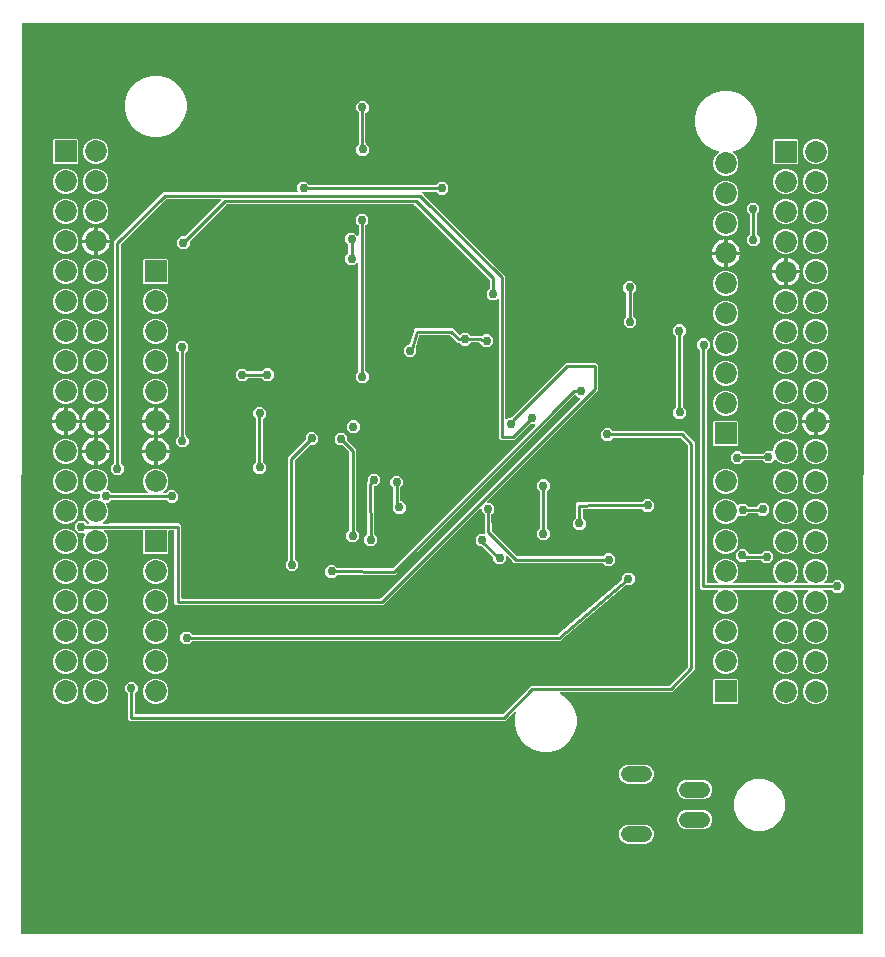
<source format=gbr>
G04 EAGLE Gerber RS-274X export*
G75*
%MOMM*%
%FSLAX34Y34*%
%LPD*%
%INBottom Copper*%
%IPPOS*%
%AMOC8*
5,1,8,0,0,1.08239X$1,22.5*%
G01*
%ADD10C,1.320800*%
%ADD11R,1.850000X1.850000*%
%ADD12C,1.850000*%
%ADD13C,0.756400*%
%ADD14C,0.254000*%

G36*
X721934Y10411D02*
X721934Y10411D01*
X721953Y10414D01*
X721973Y10412D01*
X722075Y10434D01*
X722177Y10451D01*
X722194Y10460D01*
X722213Y10464D01*
X722303Y10517D01*
X722394Y10566D01*
X722408Y10580D01*
X722424Y10590D01*
X722492Y10669D01*
X722564Y10744D01*
X722572Y10762D01*
X722585Y10777D01*
X722624Y10873D01*
X722667Y10967D01*
X722669Y10987D01*
X722677Y11005D01*
X722695Y11171D01*
X723547Y780983D01*
X723544Y781004D01*
X723546Y781024D01*
X723524Y781125D01*
X723508Y781226D01*
X723498Y781244D01*
X723494Y781264D01*
X723441Y781353D01*
X723393Y781444D01*
X723378Y781458D01*
X723368Y781475D01*
X723289Y781542D01*
X723215Y781613D01*
X723196Y781622D01*
X723181Y781635D01*
X723085Y781674D01*
X722992Y781717D01*
X722971Y781719D01*
X722952Y781727D01*
X722786Y781745D01*
X11532Y781499D01*
X11513Y781496D01*
X11493Y781498D01*
X11391Y781476D01*
X11289Y781459D01*
X11272Y781450D01*
X11253Y781446D01*
X11163Y781393D01*
X11072Y781344D01*
X11058Y781330D01*
X11042Y781320D01*
X10974Y781241D01*
X10902Y781166D01*
X10894Y781148D01*
X10881Y781133D01*
X10842Y781037D01*
X10799Y780943D01*
X10797Y780923D01*
X10789Y780905D01*
X10771Y780739D01*
X9919Y10927D01*
X9922Y10906D01*
X9920Y10886D01*
X9942Y10785D01*
X9958Y10684D01*
X9968Y10666D01*
X9972Y10646D01*
X10025Y10557D01*
X10073Y10466D01*
X10088Y10452D01*
X10098Y10435D01*
X10177Y10368D01*
X10251Y10297D01*
X10270Y10288D01*
X10285Y10275D01*
X10381Y10236D01*
X10474Y10193D01*
X10495Y10191D01*
X10514Y10183D01*
X10680Y10165D01*
X721934Y10411D01*
G37*
%LPC*%
G36*
X140572Y289348D02*
X140572Y289348D01*
X139741Y290177D01*
X139741Y291316D01*
X139741Y291317D01*
X139704Y351611D01*
X139701Y351631D01*
X139703Y351650D01*
X139681Y351751D01*
X139664Y351854D01*
X139655Y351871D01*
X139651Y351891D01*
X139597Y351980D01*
X139549Y352071D01*
X139535Y352085D01*
X139524Y352102D01*
X139445Y352169D01*
X139371Y352240D01*
X139352Y352249D01*
X139337Y352262D01*
X139241Y352300D01*
X139147Y352344D01*
X139128Y352346D01*
X139109Y352353D01*
X138942Y352372D01*
X135475Y352369D01*
X135456Y352366D01*
X135437Y352368D01*
X135335Y352346D01*
X135233Y352329D01*
X135215Y352320D01*
X135196Y352316D01*
X135107Y352262D01*
X135015Y352214D01*
X135002Y352199D01*
X134985Y352189D01*
X134918Y352110D01*
X134846Y352035D01*
X134838Y352017D01*
X134825Y352002D01*
X134786Y351906D01*
X134743Y351812D01*
X134741Y351793D01*
X134733Y351774D01*
X134715Y351608D01*
X134715Y332938D01*
X133822Y332045D01*
X114058Y332045D01*
X113165Y332938D01*
X113165Y351589D01*
X113162Y351609D01*
X113164Y351629D01*
X113142Y351730D01*
X113126Y351831D01*
X113116Y351849D01*
X113112Y351869D01*
X113059Y351958D01*
X113010Y352049D01*
X112996Y352063D01*
X112985Y352080D01*
X112907Y352147D01*
X112832Y352218D01*
X112814Y352227D01*
X112798Y352240D01*
X112703Y352278D01*
X112609Y352322D01*
X112589Y352324D01*
X112570Y352332D01*
X112403Y352350D01*
X87572Y352330D01*
X87462Y352312D01*
X87352Y352297D01*
X87341Y352292D01*
X87329Y352290D01*
X87306Y352277D01*
X87263Y352274D01*
X87217Y352254D01*
X87168Y352243D01*
X87138Y352225D01*
X85987Y352218D01*
X85973Y352216D01*
X85951Y352217D01*
X84803Y352156D01*
X84763Y352166D01*
X84695Y352192D01*
X84626Y352200D01*
X84595Y352207D01*
X84571Y352206D01*
X84528Y352210D01*
X80842Y352189D01*
X80773Y352178D01*
X80704Y352176D01*
X80653Y352157D01*
X80600Y352148D01*
X80538Y352115D01*
X80473Y352091D01*
X80431Y352057D01*
X80383Y352032D01*
X80335Y351981D01*
X80281Y351938D01*
X80252Y351892D01*
X80214Y351852D01*
X80186Y351789D01*
X80148Y351731D01*
X80135Y351678D01*
X80112Y351629D01*
X80105Y351560D01*
X80088Y351492D01*
X80092Y351438D01*
X80086Y351384D01*
X80102Y351316D01*
X80107Y351247D01*
X80128Y351197D01*
X80140Y351144D01*
X80176Y351085D01*
X80203Y351021D01*
X80250Y350962D01*
X80267Y350934D01*
X80284Y350919D01*
X80308Y350890D01*
X82274Y348923D01*
X83915Y344963D01*
X83915Y340677D01*
X82274Y336717D01*
X79243Y333686D01*
X75283Y332045D01*
X70997Y332045D01*
X67037Y333686D01*
X64006Y336717D01*
X62365Y340677D01*
X62365Y344963D01*
X63836Y348513D01*
X63846Y348557D01*
X63865Y348599D01*
X63874Y348676D01*
X63892Y348752D01*
X63887Y348798D01*
X63892Y348843D01*
X63876Y348920D01*
X63869Y348997D01*
X63850Y349039D01*
X63840Y349084D01*
X63800Y349151D01*
X63769Y349222D01*
X63738Y349256D01*
X63714Y349295D01*
X63655Y349346D01*
X63602Y349403D01*
X63562Y349425D01*
X63527Y349455D01*
X63455Y349484D01*
X63387Y349521D01*
X63342Y349530D01*
X63299Y349547D01*
X63163Y349562D01*
X63145Y349565D01*
X63140Y349564D01*
X63132Y349565D01*
X58868Y349565D01*
X55759Y352674D01*
X55759Y357070D01*
X58868Y360179D01*
X63264Y360179D01*
X65525Y357918D01*
X65601Y357864D01*
X65672Y357803D01*
X65700Y357792D01*
X65725Y357775D01*
X65814Y357747D01*
X65901Y357713D01*
X65939Y357709D01*
X65960Y357702D01*
X65992Y357703D01*
X66067Y357695D01*
X66591Y357698D01*
X66659Y357710D01*
X66729Y357711D01*
X66780Y357730D01*
X66833Y357739D01*
X66894Y357772D01*
X66960Y357796D01*
X67002Y357830D01*
X67050Y357855D01*
X67097Y357906D01*
X67152Y357950D01*
X67181Y357995D01*
X67218Y358035D01*
X67247Y358098D01*
X67285Y358157D01*
X67298Y358209D01*
X67321Y358258D01*
X67328Y358327D01*
X67345Y358395D01*
X67341Y358449D01*
X67346Y358503D01*
X67331Y358571D01*
X67326Y358640D01*
X67305Y358690D01*
X67293Y358743D01*
X67257Y358803D01*
X67229Y358867D01*
X67182Y358926D01*
X67165Y358953D01*
X67149Y358968D01*
X67125Y358998D01*
X64006Y362117D01*
X62365Y366077D01*
X62365Y370363D01*
X64006Y374323D01*
X67037Y377354D01*
X70997Y378995D01*
X75283Y378995D01*
X75441Y378930D01*
X75485Y378919D01*
X75527Y378900D01*
X75604Y378891D01*
X75680Y378873D01*
X75726Y378878D01*
X75771Y378873D01*
X75848Y378889D01*
X75925Y378896D01*
X75967Y378915D01*
X76012Y378925D01*
X76079Y378965D01*
X76150Y378996D01*
X76184Y379027D01*
X76223Y379051D01*
X76274Y379110D01*
X76331Y379163D01*
X76353Y379203D01*
X76383Y379238D01*
X76412Y379310D01*
X76449Y379378D01*
X76458Y379423D01*
X76475Y379466D01*
X76490Y379602D01*
X76493Y379620D01*
X76492Y379625D01*
X76493Y379633D01*
X76493Y382207D01*
X76486Y382252D01*
X76488Y382298D01*
X76466Y382373D01*
X76454Y382450D01*
X76432Y382491D01*
X76419Y382535D01*
X76375Y382599D01*
X76338Y382667D01*
X76305Y382699D01*
X76279Y382737D01*
X76217Y382783D01*
X76160Y382837D01*
X76118Y382856D01*
X76082Y382883D01*
X76008Y382908D01*
X75937Y382940D01*
X75891Y382945D01*
X75848Y382960D01*
X75770Y382959D01*
X75693Y382967D01*
X75648Y382958D01*
X75602Y382957D01*
X75471Y382919D01*
X75452Y382915D01*
X75448Y382913D01*
X75441Y382910D01*
X75283Y382845D01*
X70997Y382845D01*
X67037Y384486D01*
X64006Y387517D01*
X62365Y391477D01*
X62365Y395763D01*
X64006Y399723D01*
X67037Y402754D01*
X70997Y404395D01*
X75283Y404395D01*
X79243Y402754D01*
X82274Y399723D01*
X83915Y395763D01*
X83915Y391477D01*
X82274Y387517D01*
X82164Y387406D01*
X82122Y387348D01*
X82073Y387296D01*
X82051Y387249D01*
X82020Y387207D01*
X81999Y387138D01*
X81969Y387073D01*
X81963Y387021D01*
X81948Y386972D01*
X81950Y386900D01*
X81942Y386829D01*
X81953Y386778D01*
X81954Y386726D01*
X81979Y386658D01*
X81994Y386588D01*
X82021Y386543D01*
X82039Y386495D01*
X82084Y386439D01*
X82121Y386377D01*
X82160Y386343D01*
X82193Y386303D01*
X82253Y386264D01*
X82307Y386217D01*
X82356Y386198D01*
X82400Y386170D01*
X82469Y386152D01*
X82536Y386125D01*
X82607Y386117D01*
X82638Y386109D01*
X82661Y386111D01*
X82702Y386107D01*
X83998Y386107D01*
X86287Y383818D01*
X86361Y383765D01*
X86431Y383705D01*
X86461Y383693D01*
X86487Y383674D01*
X86574Y383647D01*
X86659Y383613D01*
X86700Y383609D01*
X86722Y383602D01*
X86754Y383603D01*
X86825Y383595D01*
X116890Y383595D01*
X116960Y383606D01*
X117032Y383608D01*
X117081Y383626D01*
X117132Y383634D01*
X117196Y383668D01*
X117263Y383693D01*
X117304Y383725D01*
X117350Y383750D01*
X117399Y383802D01*
X117455Y383846D01*
X117483Y383890D01*
X117519Y383928D01*
X117549Y383993D01*
X117588Y384053D01*
X117601Y384104D01*
X117623Y384151D01*
X117631Y384222D01*
X117648Y384292D01*
X117644Y384344D01*
X117650Y384395D01*
X117635Y384466D01*
X117629Y384537D01*
X117609Y384585D01*
X117598Y384636D01*
X117561Y384697D01*
X117533Y384763D01*
X117488Y384819D01*
X117471Y384847D01*
X117454Y384862D01*
X117428Y384894D01*
X114806Y387517D01*
X113165Y391477D01*
X113165Y395763D01*
X114806Y399723D01*
X117837Y402754D01*
X121797Y404395D01*
X126083Y404395D01*
X130043Y402754D01*
X133074Y399723D01*
X134715Y395763D01*
X134715Y391477D01*
X133074Y387517D01*
X130452Y384894D01*
X130410Y384836D01*
X130361Y384784D01*
X130339Y384737D01*
X130308Y384695D01*
X130287Y384626D01*
X130257Y384561D01*
X130251Y384509D01*
X130236Y384459D01*
X130238Y384388D01*
X130230Y384317D01*
X130241Y384266D01*
X130242Y384214D01*
X130267Y384146D01*
X130282Y384076D01*
X130309Y384031D01*
X130327Y383983D01*
X130372Y383927D01*
X130409Y383865D01*
X130448Y383831D01*
X130481Y383791D01*
X130541Y383752D01*
X130595Y383705D01*
X130644Y383686D01*
X130688Y383658D01*
X130757Y383640D01*
X130824Y383613D01*
X130895Y383605D01*
X130926Y383597D01*
X130949Y383599D01*
X130990Y383595D01*
X132375Y383595D01*
X132465Y383609D01*
X132556Y383617D01*
X132585Y383629D01*
X132617Y383634D01*
X132698Y383677D01*
X132782Y383713D01*
X132814Y383739D01*
X132835Y383750D01*
X132857Y383773D01*
X132913Y383818D01*
X135302Y386207D01*
X139698Y386207D01*
X142807Y383098D01*
X142807Y378702D01*
X139698Y375593D01*
X135302Y375593D01*
X133113Y377782D01*
X133039Y377835D01*
X132969Y377895D01*
X132939Y377907D01*
X132913Y377926D01*
X132826Y377953D01*
X132741Y377987D01*
X132700Y377991D01*
X132678Y377998D01*
X132646Y377997D01*
X132575Y378005D01*
X86825Y378005D01*
X86735Y377991D01*
X86644Y377983D01*
X86615Y377971D01*
X86583Y377966D01*
X86502Y377923D01*
X86418Y377887D01*
X86386Y377861D01*
X86365Y377850D01*
X86343Y377827D01*
X86287Y377782D01*
X83998Y375493D01*
X82929Y375493D01*
X82884Y375486D01*
X82838Y375488D01*
X82763Y375466D01*
X82686Y375454D01*
X82646Y375432D01*
X82602Y375419D01*
X82538Y375375D01*
X82469Y375338D01*
X82437Y375305D01*
X82400Y375279D01*
X82353Y375216D01*
X82300Y375160D01*
X82280Y375118D01*
X82253Y375082D01*
X82229Y375008D01*
X82196Y374937D01*
X82191Y374891D01*
X82177Y374848D01*
X82177Y374770D01*
X82169Y374693D01*
X82179Y374648D01*
X82179Y374602D01*
X82217Y374470D01*
X82221Y374452D01*
X82224Y374448D01*
X82226Y374441D01*
X83915Y370363D01*
X83915Y366077D01*
X82274Y362117D01*
X79230Y359072D01*
X79187Y359012D01*
X79136Y358958D01*
X79116Y358913D01*
X79086Y358872D01*
X79065Y358802D01*
X79034Y358735D01*
X79029Y358685D01*
X79014Y358637D01*
X79016Y358564D01*
X79008Y358490D01*
X79019Y358441D01*
X79020Y358391D01*
X79046Y358322D01*
X79062Y358250D01*
X79088Y358207D01*
X79105Y358160D01*
X79151Y358103D01*
X79189Y358040D01*
X79227Y358007D01*
X79259Y357968D01*
X79321Y357928D01*
X79377Y357881D01*
X79423Y357862D01*
X79465Y357835D01*
X79537Y357817D01*
X79606Y357790D01*
X79673Y357783D01*
X79704Y357775D01*
X79729Y357777D01*
X79773Y357773D01*
X84296Y357798D01*
X84404Y357817D01*
X84512Y357831D01*
X84525Y357837D01*
X84539Y357839D01*
X84574Y357858D01*
X84614Y357862D01*
X84662Y357882D01*
X84714Y357893D01*
X84753Y357917D01*
X85889Y357918D01*
X85904Y357920D01*
X85929Y357919D01*
X87053Y357979D01*
X87114Y357964D01*
X87180Y357937D01*
X87252Y357929D01*
X87284Y357922D01*
X87307Y357923D01*
X87347Y357919D01*
X141022Y357963D01*
X141024Y357963D01*
X142570Y357964D01*
X143652Y357965D01*
X144512Y357107D01*
X145291Y356329D01*
X145291Y355084D01*
X145291Y355083D01*
X145293Y353701D01*
X145292Y353698D01*
X145328Y295156D01*
X145332Y295136D01*
X145329Y295117D01*
X145351Y295015D01*
X145368Y294913D01*
X145377Y294895D01*
X145382Y294876D01*
X145435Y294787D01*
X145483Y294695D01*
X145498Y294682D01*
X145508Y294665D01*
X145587Y294598D01*
X145662Y294526D01*
X145680Y294518D01*
X145695Y294505D01*
X145791Y294466D01*
X145885Y294423D01*
X145905Y294421D01*
X145923Y294413D01*
X146090Y294395D01*
X314127Y294395D01*
X314217Y294409D01*
X314308Y294417D01*
X314338Y294429D01*
X314370Y294434D01*
X314451Y294477D01*
X314534Y294513D01*
X314567Y294539D01*
X314587Y294550D01*
X314609Y294573D01*
X314665Y294618D01*
X483241Y463194D01*
X483283Y463252D01*
X483333Y463304D01*
X483355Y463351D01*
X483385Y463393D01*
X483406Y463462D01*
X483436Y463527D01*
X483442Y463579D01*
X483457Y463629D01*
X483455Y463700D01*
X483463Y463771D01*
X483452Y463822D01*
X483451Y463874D01*
X483426Y463942D01*
X483411Y464012D01*
X483384Y464056D01*
X483366Y464105D01*
X483322Y464161D01*
X483285Y464223D01*
X483245Y464257D01*
X483213Y464297D01*
X483152Y464336D01*
X483098Y464383D01*
X483050Y464402D01*
X483006Y464430D01*
X482936Y464448D01*
X482870Y464475D01*
X482798Y464483D01*
X482767Y464491D01*
X482744Y464489D01*
X482703Y464493D01*
X481502Y464493D01*
X479432Y466563D01*
X479416Y466575D01*
X479403Y466591D01*
X479316Y466647D01*
X479232Y466706D01*
X479213Y466713D01*
X479196Y466724D01*
X479096Y466749D01*
X478997Y466779D01*
X478977Y466778D01*
X478957Y466783D01*
X478855Y466775D01*
X478752Y466772D01*
X478732Y466765D01*
X478712Y466764D01*
X478617Y466723D01*
X478520Y466688D01*
X478504Y466675D01*
X478486Y466667D01*
X478355Y466562D01*
X328423Y316194D01*
X328380Y316135D01*
X327388Y315156D01*
X327386Y315154D01*
X327383Y315151D01*
X326568Y314333D01*
X325409Y314341D01*
X325407Y314341D01*
X325403Y314341D01*
X324056Y314339D01*
X324039Y314344D01*
X324008Y314344D01*
X323941Y314351D01*
X278093Y314667D01*
X278000Y314653D01*
X277906Y314645D01*
X277879Y314634D01*
X277850Y314629D01*
X277766Y314586D01*
X277680Y314549D01*
X277651Y314526D01*
X277631Y314516D01*
X277627Y314511D01*
X277625Y314510D01*
X277605Y314489D01*
X277549Y314444D01*
X275098Y311993D01*
X270702Y311993D01*
X267593Y315102D01*
X267593Y319498D01*
X270702Y322607D01*
X275098Y322607D01*
X277223Y320482D01*
X277295Y320430D01*
X277362Y320372D01*
X277394Y320359D01*
X277423Y320338D01*
X277507Y320312D01*
X277589Y320279D01*
X277634Y320273D01*
X277658Y320266D01*
X277689Y320267D01*
X277756Y320259D01*
X323945Y319941D01*
X324038Y319956D01*
X324132Y319963D01*
X324159Y319975D01*
X324188Y319979D01*
X324271Y320023D01*
X324358Y320060D01*
X324387Y320083D01*
X324406Y320093D01*
X324429Y320116D01*
X324489Y320165D01*
X444669Y440695D01*
X444711Y440752D01*
X444760Y440804D01*
X444782Y440852D01*
X444812Y440894D01*
X444833Y440962D01*
X444863Y441027D01*
X444869Y441079D01*
X444884Y441130D01*
X444882Y441201D01*
X444890Y441271D01*
X444879Y441323D01*
X444878Y441376D01*
X444853Y441442D01*
X444838Y441512D01*
X444811Y441557D01*
X444793Y441606D01*
X444748Y441662D01*
X444712Y441723D01*
X444672Y441757D01*
X444639Y441798D01*
X444579Y441837D01*
X444525Y441883D01*
X444476Y441903D01*
X444432Y441931D01*
X444363Y441948D01*
X444297Y441975D01*
X444224Y441983D01*
X444193Y441991D01*
X444170Y441989D01*
X444130Y441993D01*
X441361Y441993D01*
X441271Y441979D01*
X441180Y441971D01*
X441150Y441959D01*
X441118Y441954D01*
X441038Y441911D01*
X440954Y441875D01*
X440922Y441849D01*
X440901Y441838D01*
X440879Y441815D01*
X440823Y441770D01*
X427358Y428305D01*
X415842Y428305D01*
X414205Y429942D01*
X414205Y547663D01*
X414194Y547733D01*
X414192Y547805D01*
X414174Y547854D01*
X414166Y547905D01*
X414132Y547969D01*
X414107Y548036D01*
X414075Y548077D01*
X414050Y548123D01*
X413998Y548172D01*
X413954Y548228D01*
X413910Y548256D01*
X413872Y548292D01*
X413807Y548322D01*
X413747Y548361D01*
X413696Y548374D01*
X413649Y548396D01*
X413578Y548404D01*
X413508Y548421D01*
X413456Y548417D01*
X413405Y548423D01*
X413334Y548408D01*
X413263Y548402D01*
X413215Y548382D01*
X413164Y548371D01*
X413103Y548334D01*
X413037Y548306D01*
X412981Y548261D01*
X412953Y548244D01*
X412938Y548227D01*
X412906Y548201D01*
X411598Y546893D01*
X407202Y546893D01*
X404093Y550002D01*
X404093Y554398D01*
X406382Y556687D01*
X406435Y556761D01*
X406495Y556831D01*
X406507Y556861D01*
X406526Y556887D01*
X406553Y556974D01*
X406587Y557059D01*
X406591Y557100D01*
X406598Y557122D01*
X406597Y557154D01*
X406605Y557225D01*
X406605Y564003D01*
X406591Y564093D01*
X406583Y564184D01*
X406571Y564214D01*
X406566Y564246D01*
X406523Y564327D01*
X406487Y564411D01*
X406461Y564443D01*
X406450Y564463D01*
X406427Y564486D01*
X406382Y564542D01*
X342942Y627982D01*
X342868Y628035D01*
X342798Y628095D01*
X342768Y628107D01*
X342742Y628126D01*
X342655Y628153D01*
X342570Y628187D01*
X342529Y628191D01*
X342507Y628198D01*
X342475Y628197D01*
X342403Y628205D01*
X184273Y628205D01*
X184183Y628191D01*
X184092Y628183D01*
X184062Y628171D01*
X184030Y628166D01*
X183950Y628123D01*
X183866Y628087D01*
X183834Y628061D01*
X183813Y628050D01*
X183791Y628027D01*
X183735Y627982D01*
X152930Y597177D01*
X152877Y597103D01*
X152817Y597034D01*
X152805Y597004D01*
X152786Y596978D01*
X152759Y596891D01*
X152725Y596806D01*
X152721Y596765D01*
X152714Y596743D01*
X152715Y596710D01*
X152707Y596639D01*
X152707Y593402D01*
X149598Y590293D01*
X145202Y590293D01*
X142093Y593402D01*
X142093Y597798D01*
X145202Y600907D01*
X148439Y600907D01*
X148529Y600921D01*
X148620Y600929D01*
X148650Y600941D01*
X148682Y600946D01*
X148762Y600989D01*
X148846Y601025D01*
X148878Y601051D01*
X148899Y601062D01*
X148921Y601085D01*
X148977Y601130D01*
X179253Y631406D01*
X179295Y631464D01*
X179345Y631516D01*
X179367Y631563D01*
X179397Y631605D01*
X179418Y631674D01*
X179448Y631739D01*
X179454Y631791D01*
X179469Y631841D01*
X179467Y631912D01*
X179475Y631983D01*
X179464Y632034D01*
X179463Y632086D01*
X179438Y632154D01*
X179423Y632224D01*
X179396Y632269D01*
X179378Y632317D01*
X179334Y632373D01*
X179297Y632435D01*
X179257Y632469D01*
X179225Y632509D01*
X179164Y632548D01*
X179110Y632595D01*
X179062Y632614D01*
X179018Y632642D01*
X178948Y632660D01*
X178882Y632687D01*
X178810Y632695D01*
X178779Y632703D01*
X178756Y632701D01*
X178715Y632705D01*
X133073Y632705D01*
X132983Y632691D01*
X132892Y632683D01*
X132862Y632671D01*
X132830Y632666D01*
X132750Y632623D01*
X132666Y632587D01*
X132634Y632561D01*
X132613Y632550D01*
X132591Y632527D01*
X132535Y632482D01*
X94525Y594472D01*
X94472Y594399D01*
X94412Y594329D01*
X94400Y594299D01*
X94381Y594273D01*
X94354Y594186D01*
X94320Y594101D01*
X94316Y594060D01*
X94309Y594038D01*
X94310Y594005D01*
X94302Y593934D01*
X94302Y447328D01*
X94306Y447307D01*
X94304Y447270D01*
X94385Y446207D01*
X94358Y446162D01*
X94344Y446101D01*
X94321Y446043D01*
X94311Y445954D01*
X94303Y445922D01*
X94305Y445904D01*
X94302Y445876D01*
X94302Y445817D01*
X94302Y445816D01*
X94302Y445804D01*
X94302Y445779D01*
X94295Y445712D01*
X94295Y409225D01*
X94309Y409135D01*
X94317Y409044D01*
X94329Y409015D01*
X94334Y408983D01*
X94377Y408902D01*
X94413Y408818D01*
X94439Y408786D01*
X94450Y408765D01*
X94473Y408743D01*
X94518Y408687D01*
X96807Y406398D01*
X96807Y402002D01*
X93698Y398893D01*
X89302Y398893D01*
X86193Y402002D01*
X86193Y406398D01*
X88482Y408687D01*
X88535Y408761D01*
X88595Y408831D01*
X88607Y408861D01*
X88626Y408887D01*
X88653Y408974D01*
X88687Y409059D01*
X88691Y409100D01*
X88698Y409122D01*
X88697Y409154D01*
X88705Y409225D01*
X88705Y447057D01*
X88702Y447078D01*
X88703Y447115D01*
X88622Y448178D01*
X88650Y448223D01*
X88663Y448284D01*
X88687Y448342D01*
X88697Y448431D01*
X88704Y448463D01*
X88702Y448480D01*
X88705Y448509D01*
X88705Y448567D01*
X88705Y448571D01*
X88705Y448606D01*
X88713Y448672D01*
X88712Y593934D01*
X88712Y596565D01*
X130442Y638295D01*
X243477Y638295D01*
X243548Y638306D01*
X243619Y638308D01*
X243668Y638326D01*
X243720Y638334D01*
X243783Y638368D01*
X243850Y638393D01*
X243891Y638425D01*
X243937Y638450D01*
X243986Y638502D01*
X244042Y638546D01*
X244070Y638590D01*
X244106Y638628D01*
X244137Y638693D01*
X244175Y638753D01*
X244188Y638804D01*
X244210Y638851D01*
X244218Y638922D01*
X244235Y638992D01*
X244231Y639044D01*
X244237Y639095D01*
X244222Y639166D01*
X244216Y639237D01*
X244196Y639285D01*
X244185Y639336D01*
X244148Y639397D01*
X244120Y639463D01*
X244075Y639519D01*
X244059Y639547D01*
X244041Y639562D01*
X244015Y639594D01*
X243731Y639878D01*
X243731Y644274D01*
X246840Y647383D01*
X251236Y647383D01*
X253710Y644909D01*
X253784Y644856D01*
X253853Y644797D01*
X253883Y644785D01*
X253910Y644765D01*
X253997Y644739D01*
X254081Y644705D01*
X254122Y644700D01*
X254145Y644693D01*
X254177Y644694D01*
X254247Y644686D01*
X361282Y644503D01*
X361373Y644518D01*
X361464Y644525D01*
X361493Y644537D01*
X361525Y644543D01*
X361606Y644585D01*
X361690Y644621D01*
X361722Y644647D01*
X361742Y644657D01*
X361764Y644681D01*
X361821Y644726D01*
X364102Y647007D01*
X368498Y647007D01*
X371607Y643898D01*
X371607Y639502D01*
X368498Y636393D01*
X364102Y636393D01*
X361804Y638691D01*
X361731Y638744D01*
X361662Y638803D01*
X361631Y638815D01*
X361605Y638834D01*
X361518Y638861D01*
X361434Y638895D01*
X361392Y638900D01*
X361369Y638907D01*
X361337Y638906D01*
X361267Y638914D01*
X350359Y638932D01*
X350288Y638921D01*
X350215Y638919D01*
X350167Y638901D01*
X350116Y638893D01*
X350052Y638859D01*
X349984Y638835D01*
X349944Y638802D01*
X349899Y638778D01*
X349849Y638726D01*
X349792Y638681D01*
X349764Y638638D01*
X349729Y638600D01*
X349698Y638535D01*
X349659Y638474D01*
X349647Y638424D01*
X349625Y638377D01*
X349617Y638306D01*
X349599Y638235D01*
X349603Y638184D01*
X349597Y638133D01*
X349613Y638062D01*
X349618Y637990D01*
X349638Y637943D01*
X349649Y637893D01*
X349686Y637830D01*
X349715Y637764D01*
X349759Y637709D01*
X349775Y637681D01*
X349793Y637666D01*
X349819Y637633D01*
X351018Y636435D01*
X419795Y567658D01*
X419795Y446737D01*
X419806Y446667D01*
X419808Y446595D01*
X419826Y446546D01*
X419834Y446495D01*
X419868Y446431D01*
X419893Y446364D01*
X419925Y446323D01*
X419950Y446277D01*
X420002Y446228D01*
X420046Y446172D01*
X420090Y446144D01*
X420128Y446108D01*
X420193Y446078D01*
X420253Y446039D01*
X420304Y446026D01*
X420351Y446004D01*
X420422Y445996D01*
X420492Y445979D01*
X420544Y445983D01*
X420595Y445977D01*
X420666Y445992D01*
X420737Y445998D01*
X420785Y446018D01*
X420836Y446029D01*
X420897Y446066D01*
X420963Y446094D01*
X421019Y446139D01*
X421047Y446156D01*
X421062Y446173D01*
X421094Y446199D01*
X422502Y447607D01*
X424739Y447607D01*
X424829Y447621D01*
X424920Y447629D01*
X424950Y447641D01*
X424982Y447646D01*
X425062Y447689D01*
X425146Y447725D01*
X425179Y447751D01*
X425199Y447762D01*
X425221Y447785D01*
X425277Y447830D01*
X425440Y447992D01*
X425459Y448019D01*
X425513Y448076D01*
X426051Y448801D01*
X426063Y448805D01*
X426099Y448807D01*
X426180Y448842D01*
X426263Y448868D01*
X426292Y448890D01*
X426325Y448904D01*
X426456Y449009D01*
X471242Y493795D01*
X496658Y493795D01*
X498295Y492158D01*
X498295Y470342D01*
X404759Y376806D01*
X404717Y376748D01*
X404667Y376696D01*
X404645Y376649D01*
X404615Y376607D01*
X404594Y376538D01*
X404564Y376473D01*
X404558Y376421D01*
X404543Y376371D01*
X404545Y376300D01*
X404537Y376229D01*
X404548Y376178D01*
X404549Y376126D01*
X404574Y376058D01*
X404589Y375988D01*
X404616Y375944D01*
X404634Y375895D01*
X404678Y375839D01*
X404715Y375777D01*
X404755Y375743D01*
X404787Y375703D01*
X404848Y375664D01*
X404902Y375617D01*
X404950Y375598D01*
X404994Y375570D01*
X405064Y375552D01*
X405130Y375525D01*
X405202Y375517D01*
X405233Y375509D01*
X405256Y375511D01*
X405297Y375507D01*
X407398Y375507D01*
X410507Y372398D01*
X410507Y368002D01*
X408407Y365902D01*
X408352Y365826D01*
X408291Y365753D01*
X408280Y365726D01*
X408263Y365702D01*
X408236Y365612D01*
X408201Y365525D01*
X408197Y365488D01*
X408191Y365467D01*
X408192Y365434D01*
X408184Y365358D01*
X408290Y352071D01*
X408305Y351984D01*
X408312Y351896D01*
X408326Y351864D01*
X408332Y351829D01*
X408374Y351751D01*
X408408Y351670D01*
X408437Y351635D01*
X408449Y351612D01*
X408472Y351591D01*
X408513Y351539D01*
X429735Y330318D01*
X429809Y330265D01*
X429878Y330205D01*
X429908Y330193D01*
X429934Y330174D01*
X430021Y330147D01*
X430106Y330113D01*
X430147Y330109D01*
X430169Y330102D01*
X430202Y330103D01*
X430273Y330095D01*
X502375Y330095D01*
X502465Y330109D01*
X502556Y330117D01*
X502585Y330129D01*
X502617Y330134D01*
X502698Y330177D01*
X502782Y330213D01*
X502814Y330239D01*
X502835Y330250D01*
X502857Y330273D01*
X502913Y330318D01*
X505202Y332607D01*
X509598Y332607D01*
X512707Y329498D01*
X512707Y325102D01*
X509598Y321993D01*
X505202Y321993D01*
X502913Y324282D01*
X502839Y324335D01*
X502769Y324395D01*
X502739Y324407D01*
X502713Y324426D01*
X502626Y324453D01*
X502541Y324487D01*
X502500Y324491D01*
X502478Y324498D01*
X502446Y324497D01*
X502375Y324505D01*
X427642Y324505D01*
X425782Y326365D01*
X421806Y330341D01*
X421748Y330383D01*
X421696Y330433D01*
X421649Y330455D01*
X421607Y330485D01*
X421538Y330506D01*
X421473Y330536D01*
X421421Y330542D01*
X421371Y330557D01*
X421300Y330555D01*
X421229Y330563D01*
X421178Y330552D01*
X421126Y330551D01*
X421058Y330526D01*
X420988Y330511D01*
X420943Y330484D01*
X420895Y330466D01*
X420839Y330422D01*
X420777Y330385D01*
X420743Y330345D01*
X420703Y330313D01*
X420664Y330252D01*
X420617Y330198D01*
X420598Y330150D01*
X420570Y330106D01*
X420552Y330036D01*
X420525Y329970D01*
X420517Y329898D01*
X420509Y329867D01*
X420511Y329844D01*
X420507Y329803D01*
X420507Y326502D01*
X417398Y323393D01*
X413002Y323393D01*
X409893Y326502D01*
X409893Y328547D01*
X409878Y328644D01*
X409868Y328741D01*
X409858Y328765D01*
X409854Y328790D01*
X409808Y328876D01*
X409768Y328966D01*
X409747Y328991D01*
X409738Y329008D01*
X409715Y329030D01*
X409661Y329095D01*
X399955Y338479D01*
X399885Y338528D01*
X399821Y338583D01*
X399785Y338597D01*
X399753Y338619D01*
X399672Y338643D01*
X399593Y338675D01*
X399543Y338680D01*
X399517Y338688D01*
X399487Y338687D01*
X399426Y338693D01*
X397802Y338693D01*
X394693Y341802D01*
X394693Y346198D01*
X397802Y349307D01*
X401951Y349307D01*
X401971Y349310D01*
X401991Y349308D01*
X402092Y349330D01*
X402194Y349346D01*
X402212Y349356D01*
X402231Y349360D01*
X402320Y349413D01*
X402411Y349462D01*
X402425Y349476D01*
X402442Y349486D01*
X402510Y349565D01*
X402581Y349640D01*
X402589Y349658D01*
X402602Y349673D01*
X402641Y349769D01*
X402684Y349863D01*
X402687Y349883D01*
X402694Y349901D01*
X402713Y350068D01*
X402713Y350580D01*
X402712Y350582D01*
X402712Y350586D01*
X402597Y364989D01*
X402582Y365076D01*
X402575Y365164D01*
X402562Y365196D01*
X402556Y365231D01*
X402514Y365309D01*
X402479Y365390D01*
X402451Y365425D01*
X402439Y365447D01*
X402416Y365469D01*
X402374Y365521D01*
X399893Y368002D01*
X399893Y370103D01*
X399882Y370174D01*
X399880Y370246D01*
X399862Y370295D01*
X399854Y370346D01*
X399820Y370409D01*
X399795Y370477D01*
X399763Y370517D01*
X399738Y370563D01*
X399687Y370613D01*
X399642Y370669D01*
X399598Y370697D01*
X399560Y370733D01*
X399495Y370763D01*
X399435Y370802D01*
X399384Y370814D01*
X399337Y370836D01*
X399266Y370844D01*
X399196Y370862D01*
X399144Y370858D01*
X399093Y370863D01*
X399022Y370848D01*
X398951Y370843D01*
X398903Y370822D01*
X398852Y370811D01*
X398791Y370774D01*
X398725Y370746D01*
X398669Y370701D01*
X398641Y370685D01*
X398626Y370667D01*
X398594Y370641D01*
X318618Y290665D01*
X316758Y288805D01*
X144274Y288805D01*
X144184Y288790D01*
X144092Y288783D01*
X144063Y288771D01*
X144031Y288766D01*
X143951Y288723D01*
X143866Y288687D01*
X143834Y288661D01*
X143814Y288650D01*
X143793Y288628D01*
X143791Y288627D01*
X143787Y288623D01*
X143735Y288582D01*
X143695Y288541D01*
X142553Y288541D01*
X141379Y288541D01*
X140572Y289348D01*
G37*
%LPD*%
%LPC*%
G36*
X450712Y164384D02*
X450712Y164384D01*
X444091Y166159D01*
X438154Y169586D01*
X433306Y174434D01*
X429879Y180371D01*
X428104Y186992D01*
X428104Y193848D01*
X429272Y198206D01*
X429277Y198254D01*
X429291Y198299D01*
X429289Y198375D01*
X429297Y198451D01*
X429286Y198497D01*
X429285Y198545D01*
X429259Y198617D01*
X429242Y198690D01*
X429217Y198731D01*
X429200Y198776D01*
X429153Y198836D01*
X429113Y198900D01*
X429076Y198931D01*
X429046Y198968D01*
X428983Y199009D01*
X428925Y199058D01*
X428880Y199075D01*
X428840Y199101D01*
X428766Y199120D01*
X428695Y199147D01*
X428648Y199150D01*
X428601Y199161D01*
X428525Y199156D01*
X428450Y199159D01*
X428404Y199146D01*
X428356Y199142D01*
X428286Y199113D01*
X428213Y199092D01*
X428173Y199065D01*
X428129Y199046D01*
X428029Y198965D01*
X428010Y198953D01*
X428006Y198947D01*
X427998Y198941D01*
X419763Y190705D01*
X102242Y190705D01*
X100605Y192342D01*
X100605Y213475D01*
X100591Y213565D01*
X100583Y213656D01*
X100571Y213685D01*
X100566Y213717D01*
X100523Y213798D01*
X100487Y213882D01*
X100461Y213914D01*
X100450Y213935D01*
X100427Y213957D01*
X100382Y214013D01*
X98093Y216302D01*
X98093Y220698D01*
X101202Y223807D01*
X105598Y223807D01*
X108707Y220698D01*
X108707Y216302D01*
X106418Y214013D01*
X106365Y213939D01*
X106305Y213869D01*
X106293Y213839D01*
X106274Y213813D01*
X106247Y213726D01*
X106213Y213641D01*
X106209Y213600D01*
X106202Y213578D01*
X106203Y213546D01*
X106195Y213475D01*
X106195Y197056D01*
X106198Y197036D01*
X106196Y197017D01*
X106218Y196915D01*
X106234Y196813D01*
X106244Y196796D01*
X106248Y196776D01*
X106301Y196687D01*
X106350Y196596D01*
X106364Y196582D01*
X106374Y196565D01*
X106453Y196498D01*
X106528Y196426D01*
X106546Y196418D01*
X106561Y196405D01*
X106657Y196366D01*
X106751Y196323D01*
X106771Y196321D01*
X106789Y196313D01*
X106956Y196295D01*
X417132Y196295D01*
X417222Y196309D01*
X417313Y196317D01*
X417343Y196329D01*
X417375Y196334D01*
X417455Y196377D01*
X417539Y196413D01*
X417571Y196439D01*
X417592Y196450D01*
X417614Y196473D01*
X417670Y196518D01*
X441672Y220520D01*
X558452Y220520D01*
X558542Y220534D01*
X558633Y220542D01*
X558663Y220554D01*
X558695Y220559D01*
X558775Y220602D01*
X558859Y220638D01*
X558891Y220664D01*
X558912Y220675D01*
X558934Y220698D01*
X558990Y220743D01*
X574382Y236135D01*
X574435Y236209D01*
X574495Y236278D01*
X574507Y236308D01*
X574526Y236334D01*
X574553Y236421D01*
X574587Y236506D01*
X574591Y236547D01*
X574598Y236569D01*
X574597Y236602D01*
X574605Y236673D01*
X574605Y423927D01*
X574591Y424017D01*
X574583Y424108D01*
X574571Y424138D01*
X574566Y424170D01*
X574523Y424250D01*
X574487Y424334D01*
X574461Y424366D01*
X574450Y424387D01*
X574427Y424409D01*
X574382Y424465D01*
X568465Y430382D01*
X568391Y430435D01*
X568322Y430495D01*
X568292Y430507D01*
X568266Y430526D01*
X568179Y430553D01*
X568094Y430587D01*
X568053Y430591D01*
X568031Y430598D01*
X567998Y430597D01*
X567927Y430605D01*
X511225Y430605D01*
X511135Y430591D01*
X511044Y430583D01*
X511015Y430571D01*
X510983Y430566D01*
X510902Y430523D01*
X510818Y430487D01*
X510786Y430461D01*
X510765Y430450D01*
X510743Y430427D01*
X510687Y430382D01*
X508398Y428093D01*
X504002Y428093D01*
X500893Y431202D01*
X500893Y435598D01*
X504002Y438707D01*
X508398Y438707D01*
X510687Y436418D01*
X510761Y436365D01*
X510831Y436305D01*
X510861Y436293D01*
X510887Y436274D01*
X510974Y436247D01*
X511059Y436213D01*
X511100Y436209D01*
X511122Y436202D01*
X511154Y436203D01*
X511225Y436195D01*
X570558Y436195D01*
X580195Y426558D01*
X580195Y234042D01*
X561083Y214930D01*
X466599Y214930D01*
X466552Y214923D01*
X466504Y214924D01*
X466431Y214903D01*
X466357Y214891D01*
X466314Y214868D01*
X466268Y214854D01*
X466206Y214811D01*
X466139Y214775D01*
X466106Y214741D01*
X466067Y214713D01*
X466022Y214652D01*
X465970Y214597D01*
X465950Y214554D01*
X465921Y214515D01*
X465898Y214443D01*
X465866Y214374D01*
X465861Y214326D01*
X465846Y214281D01*
X465848Y214205D01*
X465839Y214130D01*
X465849Y214083D01*
X465850Y214035D01*
X465875Y213963D01*
X465891Y213889D01*
X465916Y213848D01*
X465932Y213803D01*
X465979Y213743D01*
X466018Y213678D01*
X466054Y213647D01*
X466084Y213609D01*
X466187Y213533D01*
X466205Y213518D01*
X466211Y213516D01*
X466219Y213510D01*
X470126Y211254D01*
X474974Y206406D01*
X478401Y200469D01*
X480176Y193848D01*
X480176Y186992D01*
X478401Y180371D01*
X474974Y174434D01*
X470126Y169586D01*
X464189Y166159D01*
X457568Y164384D01*
X450712Y164384D01*
G37*
%LPD*%
%LPC*%
G36*
X655197Y280995D02*
X655197Y280995D01*
X651237Y282636D01*
X648206Y285667D01*
X646565Y289627D01*
X646565Y293913D01*
X648206Y297873D01*
X650885Y300553D01*
X650927Y300611D01*
X650976Y300663D01*
X650998Y300710D01*
X651028Y300752D01*
X651049Y300821D01*
X651080Y300886D01*
X651085Y300938D01*
X651101Y300987D01*
X651099Y301059D01*
X651107Y301130D01*
X651096Y301181D01*
X651094Y301233D01*
X651070Y301301D01*
X651055Y301371D01*
X651028Y301415D01*
X651010Y301464D01*
X650965Y301520D01*
X650928Y301582D01*
X650889Y301616D01*
X650856Y301656D01*
X650796Y301695D01*
X650741Y301742D01*
X650693Y301761D01*
X650649Y301789D01*
X650580Y301807D01*
X650513Y301834D01*
X650442Y301842D01*
X650411Y301849D01*
X650387Y301848D01*
X650347Y301852D01*
X613783Y301852D01*
X613713Y301841D01*
X613641Y301839D01*
X613592Y301821D01*
X613541Y301812D01*
X613477Y301779D01*
X613410Y301754D01*
X613369Y301722D01*
X613323Y301697D01*
X613274Y301645D01*
X613218Y301601D01*
X613190Y301557D01*
X613154Y301519D01*
X613124Y301454D01*
X613085Y301394D01*
X613072Y301343D01*
X613050Y301296D01*
X613042Y301225D01*
X613025Y301155D01*
X613029Y301103D01*
X613023Y301051D01*
X613038Y300981D01*
X613044Y300910D01*
X613064Y300862D01*
X613075Y300811D01*
X613112Y300749D01*
X613140Y300684D01*
X613185Y300628D01*
X613202Y300600D01*
X613219Y300585D01*
X613245Y300553D01*
X615674Y298123D01*
X617315Y294163D01*
X617315Y289877D01*
X615674Y285917D01*
X612643Y282886D01*
X608683Y281245D01*
X604397Y281245D01*
X600437Y282886D01*
X597406Y285917D01*
X595765Y289877D01*
X595765Y294163D01*
X597406Y298123D01*
X599835Y300553D01*
X599877Y300611D01*
X599926Y300663D01*
X599948Y300710D01*
X599978Y300752D01*
X600000Y300821D01*
X600030Y300886D01*
X600035Y300938D01*
X600051Y300987D01*
X600049Y301059D01*
X600057Y301130D01*
X600046Y301181D01*
X600044Y301233D01*
X600020Y301301D01*
X600005Y301371D01*
X599978Y301415D01*
X599960Y301464D01*
X599915Y301520D01*
X599878Y301582D01*
X599839Y301616D01*
X599806Y301656D01*
X599746Y301695D01*
X599691Y301742D01*
X599643Y301761D01*
X599599Y301789D01*
X599530Y301807D01*
X599463Y301834D01*
X599392Y301842D01*
X599361Y301849D01*
X599338Y301848D01*
X599297Y301852D01*
X588941Y301852D01*
X588876Y301842D01*
X588811Y301841D01*
X588756Y301822D01*
X588699Y301812D01*
X588641Y301782D01*
X588627Y301777D01*
X587539Y301850D01*
X587519Y301849D01*
X587487Y301852D01*
X586401Y301852D01*
X586375Y301871D01*
X586312Y301890D01*
X586299Y301897D01*
X585581Y302718D01*
X585566Y302730D01*
X585546Y302756D01*
X584778Y303524D01*
X584773Y303556D01*
X584742Y303614D01*
X584737Y303628D01*
X584811Y304716D01*
X584809Y304735D01*
X584812Y304767D01*
X584812Y305942D01*
X584833Y305992D01*
X584837Y306033D01*
X584844Y306055D01*
X584843Y306087D01*
X584851Y306159D01*
X584851Y504529D01*
X584837Y504619D01*
X584829Y504710D01*
X584817Y504739D01*
X584812Y504771D01*
X584769Y504852D01*
X584733Y504936D01*
X584707Y504968D01*
X584696Y504989D01*
X584673Y505011D01*
X584628Y505067D01*
X582593Y507102D01*
X582593Y511498D01*
X585702Y514607D01*
X590098Y514607D01*
X593207Y511498D01*
X593207Y507102D01*
X590664Y504559D01*
X590611Y504485D01*
X590551Y504415D01*
X590539Y504385D01*
X590520Y504359D01*
X590493Y504272D01*
X590459Y504187D01*
X590455Y504146D01*
X590448Y504124D01*
X590449Y504092D01*
X590441Y504021D01*
X590441Y308203D01*
X590444Y308183D01*
X590442Y308163D01*
X590464Y308062D01*
X590480Y307960D01*
X590490Y307943D01*
X590494Y307923D01*
X590547Y307834D01*
X590596Y307743D01*
X590610Y307729D01*
X590620Y307712D01*
X590699Y307645D01*
X590774Y307573D01*
X590792Y307565D01*
X590807Y307552D01*
X590903Y307513D01*
X590997Y307470D01*
X591017Y307468D01*
X591035Y307460D01*
X591202Y307442D01*
X599443Y307442D01*
X599514Y307453D01*
X599585Y307455D01*
X599634Y307473D01*
X599686Y307481D01*
X599749Y307515D01*
X599816Y307540D01*
X599857Y307572D01*
X599903Y307596D01*
X599952Y307648D01*
X600008Y307693D01*
X600036Y307737D01*
X600072Y307775D01*
X600102Y307840D01*
X600141Y307900D01*
X600154Y307951D01*
X600176Y307998D01*
X600184Y308069D01*
X600201Y308139D01*
X600197Y308191D01*
X600203Y308242D01*
X600188Y308312D01*
X600182Y308384D01*
X600162Y308432D01*
X600151Y308483D01*
X600114Y308544D01*
X600086Y308610D01*
X600041Y308666D01*
X600025Y308694D01*
X600007Y308709D01*
X599981Y308741D01*
X597406Y311317D01*
X595765Y315277D01*
X595765Y319563D01*
X597406Y323523D01*
X600437Y326554D01*
X604397Y328195D01*
X608683Y328195D01*
X612643Y326554D01*
X615674Y323523D01*
X617315Y319563D01*
X617315Y315277D01*
X615674Y311317D01*
X613099Y308741D01*
X613057Y308683D01*
X613008Y308631D01*
X612986Y308584D01*
X612955Y308541D01*
X612934Y308473D01*
X612904Y308408D01*
X612898Y308356D01*
X612883Y308306D01*
X612885Y308235D01*
X612877Y308163D01*
X612888Y308113D01*
X612889Y308060D01*
X612914Y307993D01*
X612929Y307923D01*
X612956Y307878D01*
X612974Y307829D01*
X613019Y307773D01*
X613055Y307712D01*
X613095Y307678D01*
X613128Y307637D01*
X613188Y307599D01*
X613242Y307552D01*
X613291Y307533D01*
X613334Y307504D01*
X613404Y307487D01*
X613470Y307460D01*
X613542Y307452D01*
X613573Y307444D01*
X613596Y307446D01*
X613637Y307442D01*
X649993Y307442D01*
X650064Y307453D01*
X650135Y307455D01*
X650184Y307473D01*
X650236Y307481D01*
X650299Y307515D01*
X650366Y307540D01*
X650407Y307572D01*
X650453Y307596D01*
X650502Y307648D01*
X650558Y307693D01*
X650587Y307737D01*
X650622Y307775D01*
X650653Y307840D01*
X650691Y307900D01*
X650704Y307951D01*
X650726Y307998D01*
X650734Y308069D01*
X650751Y308139D01*
X650747Y308191D01*
X650753Y308242D01*
X650738Y308312D01*
X650732Y308384D01*
X650712Y308432D01*
X650701Y308483D01*
X650664Y308544D01*
X650636Y308610D01*
X650591Y308666D01*
X650575Y308694D01*
X650557Y308709D01*
X650531Y308741D01*
X648206Y311067D01*
X646565Y315027D01*
X646565Y319313D01*
X648206Y323273D01*
X651237Y326304D01*
X655197Y327945D01*
X659483Y327945D01*
X663443Y326304D01*
X666474Y323273D01*
X668115Y319313D01*
X668115Y315027D01*
X666474Y311067D01*
X664149Y308741D01*
X664107Y308683D01*
X664058Y308631D01*
X664036Y308584D01*
X664005Y308541D01*
X663984Y308473D01*
X663954Y308408D01*
X663948Y308356D01*
X663933Y308306D01*
X663935Y308235D01*
X663927Y308163D01*
X663938Y308113D01*
X663939Y308060D01*
X663964Y307993D01*
X663979Y307923D01*
X664006Y307878D01*
X664024Y307829D01*
X664069Y307773D01*
X664105Y307712D01*
X664145Y307678D01*
X664177Y307637D01*
X664238Y307599D01*
X664292Y307552D01*
X664341Y307533D01*
X664384Y307504D01*
X664454Y307487D01*
X664520Y307460D01*
X664592Y307452D01*
X664623Y307444D01*
X664646Y307446D01*
X664687Y307442D01*
X675393Y307442D01*
X675464Y307453D01*
X675535Y307455D01*
X675584Y307473D01*
X675636Y307481D01*
X675699Y307515D01*
X675766Y307540D01*
X675807Y307572D01*
X675853Y307596D01*
X675902Y307648D01*
X675958Y307693D01*
X675987Y307737D01*
X676022Y307775D01*
X676053Y307840D01*
X676091Y307900D01*
X676104Y307951D01*
X676126Y307998D01*
X676134Y308069D01*
X676151Y308139D01*
X676147Y308191D01*
X676153Y308242D01*
X676138Y308312D01*
X676132Y308384D01*
X676112Y308432D01*
X676101Y308483D01*
X676064Y308544D01*
X676036Y308610D01*
X675991Y308666D01*
X675975Y308694D01*
X675957Y308709D01*
X675931Y308741D01*
X673606Y311067D01*
X671965Y315027D01*
X671965Y319313D01*
X673606Y323273D01*
X676637Y326304D01*
X680597Y327945D01*
X684883Y327945D01*
X688843Y326304D01*
X691874Y323273D01*
X693515Y319313D01*
X693515Y315027D01*
X691874Y311067D01*
X689549Y308741D01*
X689507Y308683D01*
X689458Y308631D01*
X689436Y308584D01*
X689405Y308541D01*
X689384Y308473D01*
X689354Y308408D01*
X689348Y308356D01*
X689333Y308306D01*
X689335Y308235D01*
X689327Y308163D01*
X689338Y308113D01*
X689339Y308060D01*
X689364Y307993D01*
X689379Y307923D01*
X689406Y307878D01*
X689424Y307829D01*
X689469Y307773D01*
X689505Y307712D01*
X689545Y307678D01*
X689577Y307637D01*
X689638Y307599D01*
X689692Y307552D01*
X689741Y307533D01*
X689784Y307504D01*
X689854Y307487D01*
X689920Y307460D01*
X689992Y307452D01*
X690023Y307444D01*
X690046Y307446D01*
X690087Y307442D01*
X696009Y307442D01*
X696100Y307456D01*
X696190Y307463D01*
X696220Y307476D01*
X696252Y307481D01*
X696333Y307524D01*
X696417Y307560D01*
X696449Y307585D01*
X696470Y307596D01*
X696492Y307620D01*
X696548Y307665D01*
X698808Y309925D01*
X703204Y309925D01*
X706313Y306816D01*
X706313Y302420D01*
X703204Y299311D01*
X698808Y299311D01*
X696490Y301629D01*
X696416Y301682D01*
X696347Y301742D01*
X696316Y301754D01*
X696290Y301773D01*
X696203Y301800D01*
X696118Y301834D01*
X696077Y301838D01*
X696055Y301845D01*
X696023Y301844D01*
X695952Y301852D01*
X689733Y301852D01*
X689663Y301841D01*
X689591Y301839D01*
X689542Y301821D01*
X689491Y301812D01*
X689427Y301779D01*
X689360Y301754D01*
X689319Y301722D01*
X689273Y301697D01*
X689224Y301645D01*
X689168Y301601D01*
X689140Y301557D01*
X689104Y301519D01*
X689074Y301454D01*
X689035Y301394D01*
X689022Y301343D01*
X689000Y301296D01*
X688992Y301225D01*
X688975Y301155D01*
X688979Y301103D01*
X688973Y301051D01*
X688988Y300981D01*
X688994Y300910D01*
X689014Y300862D01*
X689025Y300811D01*
X689062Y300749D01*
X689090Y300684D01*
X689135Y300628D01*
X689152Y300600D01*
X689169Y300585D01*
X689195Y300553D01*
X691874Y297873D01*
X693515Y293913D01*
X693515Y289627D01*
X691874Y285667D01*
X688843Y282636D01*
X684883Y280995D01*
X680597Y280995D01*
X676637Y282636D01*
X673606Y285667D01*
X671965Y289627D01*
X671965Y293913D01*
X673606Y297873D01*
X676285Y300553D01*
X676327Y300611D01*
X676376Y300663D01*
X676398Y300710D01*
X676428Y300752D01*
X676449Y300821D01*
X676480Y300886D01*
X676485Y300938D01*
X676501Y300987D01*
X676499Y301059D01*
X676507Y301130D01*
X676496Y301181D01*
X676494Y301233D01*
X676470Y301301D01*
X676455Y301371D01*
X676428Y301415D01*
X676410Y301464D01*
X676365Y301520D01*
X676328Y301582D01*
X676289Y301616D01*
X676256Y301656D01*
X676196Y301695D01*
X676141Y301742D01*
X676093Y301761D01*
X676049Y301789D01*
X675980Y301807D01*
X675913Y301834D01*
X675842Y301842D01*
X675811Y301849D01*
X675787Y301848D01*
X675747Y301852D01*
X664333Y301852D01*
X664263Y301841D01*
X664191Y301839D01*
X664142Y301821D01*
X664091Y301812D01*
X664027Y301779D01*
X663960Y301754D01*
X663919Y301722D01*
X663873Y301697D01*
X663824Y301645D01*
X663768Y301601D01*
X663740Y301557D01*
X663704Y301519D01*
X663674Y301454D01*
X663635Y301394D01*
X663622Y301343D01*
X663600Y301296D01*
X663592Y301225D01*
X663575Y301155D01*
X663579Y301103D01*
X663573Y301051D01*
X663588Y300981D01*
X663594Y300910D01*
X663614Y300862D01*
X663625Y300811D01*
X663662Y300749D01*
X663690Y300684D01*
X663735Y300628D01*
X663752Y300600D01*
X663769Y300585D01*
X663795Y300553D01*
X666474Y297873D01*
X668115Y293913D01*
X668115Y289627D01*
X666474Y285667D01*
X663443Y282636D01*
X659483Y280995D01*
X655197Y280995D01*
G37*
%LPD*%
%LPC*%
G36*
X604397Y652085D02*
X604397Y652085D01*
X600437Y653726D01*
X597406Y656757D01*
X595765Y660717D01*
X595765Y665003D01*
X597406Y668963D01*
X600377Y671935D01*
X600422Y671998D01*
X600447Y672024D01*
X600453Y672036D01*
X600494Y672086D01*
X600504Y672112D01*
X600521Y672135D01*
X600549Y672226D01*
X600583Y672315D01*
X600585Y672343D01*
X600593Y672370D01*
X600591Y672465D01*
X600595Y672560D01*
X600587Y672587D01*
X600587Y672616D01*
X600554Y672705D01*
X600528Y672797D01*
X600512Y672820D01*
X600502Y672847D01*
X600443Y672921D01*
X600389Y673000D01*
X600366Y673017D01*
X600349Y673039D01*
X600268Y673090D01*
X600192Y673148D01*
X600159Y673160D01*
X600142Y673172D01*
X600110Y673180D01*
X600036Y673209D01*
X596491Y674159D01*
X590554Y677586D01*
X585706Y682434D01*
X582279Y688371D01*
X580504Y694992D01*
X580504Y701848D01*
X582279Y708469D01*
X585706Y714406D01*
X590554Y719254D01*
X596491Y722681D01*
X603112Y724456D01*
X609968Y724456D01*
X616589Y722681D01*
X622526Y719254D01*
X627374Y714406D01*
X630801Y708469D01*
X632576Y701848D01*
X632576Y694992D01*
X630801Y688371D01*
X627374Y682434D01*
X622526Y677586D01*
X616589Y674159D01*
X613044Y673209D01*
X612957Y673169D01*
X612868Y673137D01*
X612846Y673119D01*
X612820Y673107D01*
X612750Y673043D01*
X612676Y672983D01*
X612660Y672959D01*
X612640Y672940D01*
X612594Y672856D01*
X612543Y672776D01*
X612536Y672749D01*
X612522Y672724D01*
X612506Y672630D01*
X612483Y672537D01*
X612485Y672509D01*
X612480Y672482D01*
X612494Y672387D01*
X612502Y672292D01*
X612513Y672266D01*
X612517Y672238D01*
X612561Y672154D01*
X612598Y672066D01*
X612620Y672038D01*
X612630Y672020D01*
X612653Y671997D01*
X612677Y671968D01*
X612681Y671961D01*
X612685Y671957D01*
X612703Y671935D01*
X615674Y668963D01*
X617315Y665003D01*
X617315Y660717D01*
X615674Y656757D01*
X612643Y653726D01*
X608683Y652085D01*
X604397Y652085D01*
G37*
%LPD*%
%LPC*%
G36*
X147902Y255593D02*
X147902Y255593D01*
X144793Y258702D01*
X144793Y263098D01*
X147902Y266207D01*
X152298Y266207D01*
X154585Y263920D01*
X154659Y263867D01*
X154728Y263807D01*
X154758Y263795D01*
X154784Y263777D01*
X154872Y263750D01*
X154957Y263716D01*
X154997Y263711D01*
X155019Y263704D01*
X155052Y263705D01*
X155123Y263697D01*
X388657Y263813D01*
X388659Y263813D01*
X390183Y263814D01*
X390184Y263814D01*
X391600Y263814D01*
X391603Y263814D01*
X463851Y263834D01*
X463909Y263844D01*
X463968Y263843D01*
X464029Y263863D01*
X464093Y263874D01*
X464145Y263901D01*
X464201Y263920D01*
X464282Y263974D01*
X464311Y263989D01*
X464321Y264000D01*
X464341Y264013D01*
X518522Y309656D01*
X518523Y309656D01*
X518523Y309657D01*
X518607Y309754D01*
X518683Y309843D01*
X518683Y309844D01*
X518730Y309961D01*
X518775Y310071D01*
X518775Y310072D01*
X518793Y310238D01*
X518793Y313098D01*
X521902Y316207D01*
X526298Y316207D01*
X529407Y313098D01*
X529407Y308702D01*
X526298Y305593D01*
X522653Y305593D01*
X522595Y305584D01*
X522536Y305584D01*
X522474Y305564D01*
X522410Y305554D01*
X522358Y305526D01*
X522302Y305507D01*
X522221Y305453D01*
X522193Y305438D01*
X522183Y305428D01*
X522163Y305414D01*
X467066Y259000D01*
X467051Y258982D01*
X467018Y258956D01*
X466283Y258221D01*
X466269Y258216D01*
X466205Y258206D01*
X466152Y258178D01*
X466096Y258159D01*
X466089Y258154D01*
X465062Y258242D01*
X465039Y258240D01*
X464997Y258245D01*
X390191Y258224D01*
X155128Y258108D01*
X155038Y258093D01*
X154947Y258086D01*
X154917Y258073D01*
X154885Y258068D01*
X154804Y258025D01*
X154721Y257990D01*
X154688Y257964D01*
X154667Y257953D01*
X154645Y257929D01*
X154590Y257885D01*
X152298Y255593D01*
X147902Y255593D01*
G37*
%LPD*%
%LPC*%
G36*
X120512Y685084D02*
X120512Y685084D01*
X113891Y686859D01*
X107954Y690286D01*
X103106Y695134D01*
X99679Y701071D01*
X97904Y707692D01*
X97904Y714548D01*
X99679Y721169D01*
X103106Y727106D01*
X107954Y731954D01*
X113891Y735381D01*
X120512Y737156D01*
X127368Y737156D01*
X133989Y735381D01*
X139926Y731954D01*
X144774Y727106D01*
X148201Y721169D01*
X149976Y714548D01*
X149976Y707692D01*
X148201Y701071D01*
X144774Y695134D01*
X139926Y690286D01*
X133989Y686859D01*
X127368Y685084D01*
X120512Y685084D01*
G37*
%LPD*%
%LPC*%
G36*
X630703Y97953D02*
X630703Y97953D01*
X622742Y101251D01*
X616649Y107344D01*
X613351Y115305D01*
X613351Y123923D01*
X616649Y131884D01*
X622742Y137977D01*
X630703Y141275D01*
X639321Y141275D01*
X647282Y137977D01*
X653375Y131884D01*
X656673Y123923D01*
X656673Y115305D01*
X653375Y107344D01*
X647282Y101251D01*
X639321Y97953D01*
X630703Y97953D01*
G37*
%LPD*%
%LPC*%
G36*
X296602Y476593D02*
X296602Y476593D01*
X293493Y479702D01*
X293493Y484098D01*
X295198Y485803D01*
X295251Y485877D01*
X295311Y485947D01*
X295323Y485976D01*
X295341Y486002D01*
X295368Y486090D01*
X295402Y486175D01*
X295407Y486215D01*
X295414Y486237D01*
X295413Y486270D01*
X295421Y486342D01*
X295372Y542727D01*
X295371Y542735D01*
X295371Y543240D01*
X295362Y543293D01*
X295370Y544640D01*
X295370Y544642D01*
X295370Y544645D01*
X295370Y545660D01*
X295371Y545671D01*
X295371Y546071D01*
X295373Y546077D01*
X295372Y546109D01*
X295380Y546177D01*
X295580Y578432D01*
X295568Y578505D01*
X295566Y578579D01*
X295549Y578626D01*
X295541Y578675D01*
X295507Y578741D01*
X295482Y578810D01*
X295451Y578849D01*
X295428Y578893D01*
X295374Y578945D01*
X295328Y579002D01*
X295286Y579029D01*
X295250Y579064D01*
X295183Y579095D01*
X295121Y579135D01*
X295073Y579148D01*
X295028Y579169D01*
X294954Y579177D01*
X294883Y579195D01*
X294833Y579192D01*
X294784Y579197D01*
X294711Y579182D01*
X294637Y579176D01*
X294592Y579157D01*
X294543Y579147D01*
X294479Y579109D01*
X294411Y579080D01*
X294358Y579038D01*
X294331Y579022D01*
X294315Y579003D01*
X294280Y578975D01*
X291998Y576693D01*
X287602Y576693D01*
X284493Y579802D01*
X284493Y584198D01*
X286782Y586487D01*
X286835Y586561D01*
X286895Y586631D01*
X286907Y586661D01*
X286926Y586687D01*
X286953Y586774D01*
X286987Y586859D01*
X286991Y586900D01*
X286998Y586922D01*
X286997Y586954D01*
X287005Y587025D01*
X287005Y593775D01*
X286991Y593865D01*
X286983Y593956D01*
X286971Y593985D01*
X286966Y594017D01*
X286923Y594098D01*
X286887Y594182D01*
X286861Y594214D01*
X286850Y594235D01*
X286827Y594257D01*
X286782Y594313D01*
X284393Y596702D01*
X284393Y601098D01*
X287502Y604207D01*
X291898Y604207D01*
X294427Y601678D01*
X294483Y601637D01*
X294534Y601589D01*
X294583Y601566D01*
X294627Y601534D01*
X294693Y601514D01*
X294756Y601484D01*
X294810Y601478D01*
X294862Y601462D01*
X294931Y601464D01*
X295000Y601455D01*
X295054Y601467D01*
X295108Y601468D01*
X295173Y601492D01*
X295241Y601506D01*
X295288Y601534D01*
X295339Y601553D01*
X295393Y601596D01*
X295453Y601631D01*
X295488Y601672D01*
X295531Y601706D01*
X295568Y601765D01*
X295614Y601817D01*
X295634Y601867D01*
X295664Y601913D01*
X295681Y601981D01*
X295707Y602045D01*
X295716Y602120D01*
X295724Y602152D01*
X295722Y602174D01*
X295727Y602211D01*
X295774Y609901D01*
X295760Y609993D01*
X295752Y610087D01*
X295741Y610114D01*
X295736Y610144D01*
X295693Y610227D01*
X295656Y610313D01*
X295633Y610342D01*
X295622Y610362D01*
X295599Y610385D01*
X295551Y610444D01*
X293293Y612702D01*
X293293Y617098D01*
X296402Y620207D01*
X300798Y620207D01*
X303907Y617098D01*
X303907Y612702D01*
X301586Y610382D01*
X301535Y610309D01*
X301476Y610242D01*
X301463Y610210D01*
X301443Y610182D01*
X301417Y610097D01*
X301383Y610015D01*
X301378Y609970D01*
X301371Y609947D01*
X301371Y609915D01*
X301363Y609848D01*
X300960Y544695D01*
X300961Y544693D01*
X300960Y544690D01*
X300960Y544192D01*
X300960Y544191D01*
X301009Y487510D01*
X301024Y487420D01*
X301031Y487330D01*
X301044Y487300D01*
X301049Y487268D01*
X301092Y487187D01*
X301127Y487104D01*
X301153Y487071D01*
X301164Y487050D01*
X301188Y487028D01*
X301232Y486973D01*
X304107Y484098D01*
X304107Y479702D01*
X300998Y476593D01*
X296602Y476593D01*
G37*
%LPD*%
%LPC*%
G36*
X237202Y317693D02*
X237202Y317693D01*
X234093Y320802D01*
X234093Y325198D01*
X235682Y326787D01*
X235735Y326861D01*
X235795Y326931D01*
X235807Y326961D01*
X235826Y326987D01*
X235853Y327074D01*
X235887Y327159D01*
X235891Y327200D01*
X235898Y327222D01*
X235897Y327254D01*
X235905Y327325D01*
X235905Y413658D01*
X250570Y428323D01*
X250614Y428383D01*
X250653Y428424D01*
X250659Y428439D01*
X250683Y428466D01*
X250695Y428496D01*
X250714Y428522D01*
X250741Y428609D01*
X250753Y428640D01*
X250756Y428647D01*
X250756Y428648D01*
X250775Y428694D01*
X250779Y428735D01*
X250786Y428757D01*
X250785Y428790D01*
X250793Y428861D01*
X250793Y432098D01*
X253902Y435207D01*
X258298Y435207D01*
X261407Y432098D01*
X261407Y427702D01*
X258298Y424593D01*
X255061Y424593D01*
X254971Y424579D01*
X254880Y424571D01*
X254850Y424559D01*
X254818Y424554D01*
X254738Y424511D01*
X254654Y424475D01*
X254622Y424449D01*
X254601Y424438D01*
X254579Y424415D01*
X254523Y424370D01*
X241718Y411565D01*
X241665Y411491D01*
X241605Y411422D01*
X241593Y411392D01*
X241574Y411366D01*
X241547Y411279D01*
X241513Y411194D01*
X241509Y411153D01*
X241502Y411131D01*
X241503Y411098D01*
X241495Y411027D01*
X241495Y328725D01*
X241509Y328635D01*
X241517Y328544D01*
X241529Y328515D01*
X241534Y328483D01*
X241577Y328402D01*
X241613Y328318D01*
X241639Y328286D01*
X241650Y328265D01*
X241673Y328243D01*
X241718Y328187D01*
X244707Y325198D01*
X244707Y320802D01*
X241598Y317693D01*
X237202Y317693D01*
G37*
%LPD*%
%LPC*%
G36*
X655197Y407995D02*
X655197Y407995D01*
X651237Y409636D01*
X648927Y411945D01*
X648911Y411957D01*
X648898Y411973D01*
X648811Y412029D01*
X648727Y412089D01*
X648708Y412095D01*
X648691Y412106D01*
X648591Y412131D01*
X648492Y412161D01*
X648472Y412161D01*
X648453Y412166D01*
X648350Y412158D01*
X648246Y412155D01*
X648227Y412148D01*
X648208Y412147D01*
X648113Y412106D01*
X648015Y412071D01*
X648000Y412058D01*
X647981Y412050D01*
X647850Y411945D01*
X644848Y408943D01*
X640452Y408943D01*
X638313Y411082D01*
X638239Y411135D01*
X638169Y411195D01*
X638139Y411207D01*
X638113Y411226D01*
X638026Y411253D01*
X637941Y411287D01*
X637900Y411291D01*
X637878Y411298D01*
X637846Y411297D01*
X637775Y411305D01*
X621925Y411305D01*
X621835Y411291D01*
X621744Y411283D01*
X621715Y411271D01*
X621683Y411266D01*
X621602Y411223D01*
X621518Y411187D01*
X621486Y411161D01*
X621465Y411150D01*
X621443Y411127D01*
X621387Y411082D01*
X618598Y408293D01*
X614202Y408293D01*
X611093Y411402D01*
X611093Y415798D01*
X614202Y418907D01*
X618598Y418907D01*
X620387Y417118D01*
X620461Y417065D01*
X620531Y417005D01*
X620561Y416993D01*
X620587Y416974D01*
X620674Y416947D01*
X620759Y416913D01*
X620800Y416909D01*
X620822Y416902D01*
X620854Y416903D01*
X620925Y416895D01*
X637475Y416895D01*
X637565Y416909D01*
X637656Y416917D01*
X637685Y416929D01*
X637717Y416934D01*
X637798Y416977D01*
X637882Y417013D01*
X637914Y417039D01*
X637935Y417050D01*
X637957Y417073D01*
X638013Y417118D01*
X640452Y419557D01*
X644848Y419557D01*
X645266Y419139D01*
X645324Y419097D01*
X645376Y419048D01*
X645423Y419026D01*
X645465Y418996D01*
X645534Y418974D01*
X645599Y418944D01*
X645651Y418939D01*
X645701Y418923D01*
X645772Y418925D01*
X645843Y418917D01*
X645894Y418928D01*
X645946Y418930D01*
X646014Y418954D01*
X646084Y418969D01*
X646129Y418996D01*
X646177Y419014D01*
X646233Y419059D01*
X646295Y419096D01*
X646329Y419135D01*
X646369Y419168D01*
X646408Y419228D01*
X646455Y419283D01*
X646474Y419331D01*
X646502Y419375D01*
X646520Y419444D01*
X646547Y419511D01*
X646555Y419582D01*
X646563Y419613D01*
X646561Y419636D01*
X646565Y419677D01*
X646565Y420913D01*
X648206Y424873D01*
X651237Y427904D01*
X655197Y429545D01*
X659483Y429545D01*
X663443Y427904D01*
X666474Y424873D01*
X668115Y420913D01*
X668115Y416627D01*
X666474Y412667D01*
X663443Y409636D01*
X659483Y407995D01*
X655197Y407995D01*
G37*
%LPD*%
%LPC*%
G36*
X288502Y342293D02*
X288502Y342293D01*
X285393Y345402D01*
X285393Y349798D01*
X287682Y352087D01*
X287735Y352161D01*
X287795Y352231D01*
X287807Y352261D01*
X287826Y352287D01*
X287853Y352374D01*
X287887Y352459D01*
X287891Y352500D01*
X287898Y352522D01*
X287897Y352554D01*
X287905Y352625D01*
X287905Y418027D01*
X287891Y418117D01*
X287883Y418208D01*
X287871Y418238D01*
X287866Y418270D01*
X287823Y418350D01*
X287787Y418434D01*
X287761Y418466D01*
X287750Y418487D01*
X287727Y418509D01*
X287682Y418565D01*
X282277Y423970D01*
X282203Y424023D01*
X282134Y424083D01*
X282104Y424095D01*
X282078Y424114D01*
X281991Y424141D01*
X281906Y424175D01*
X281865Y424179D01*
X281843Y424186D01*
X281810Y424185D01*
X281739Y424193D01*
X278502Y424193D01*
X275393Y427302D01*
X275393Y431698D01*
X278502Y434807D01*
X282898Y434807D01*
X286007Y431698D01*
X286007Y428461D01*
X286021Y428371D01*
X286029Y428280D01*
X286041Y428250D01*
X286046Y428218D01*
X286089Y428138D01*
X286125Y428054D01*
X286151Y428022D01*
X286162Y428001D01*
X286185Y427979D01*
X286230Y427923D01*
X293495Y420658D01*
X293495Y352625D01*
X293509Y352535D01*
X293517Y352444D01*
X293529Y352415D01*
X293534Y352383D01*
X293577Y352302D01*
X293613Y352218D01*
X293639Y352186D01*
X293650Y352165D01*
X293673Y352143D01*
X293718Y352087D01*
X296007Y349798D01*
X296007Y345402D01*
X292898Y342293D01*
X288502Y342293D01*
G37*
%LPD*%
%LPC*%
G36*
X336902Y498803D02*
X336902Y498803D01*
X333793Y501912D01*
X333793Y506308D01*
X336902Y509417D01*
X338323Y509417D01*
X338358Y509423D01*
X338394Y509420D01*
X338479Y509442D01*
X338566Y509456D01*
X338597Y509473D01*
X338632Y509482D01*
X338705Y509530D01*
X338783Y509572D01*
X338808Y509597D01*
X338837Y509617D01*
X338892Y509686D01*
X338952Y509750D01*
X338967Y509782D01*
X338989Y509810D01*
X339054Y509965D01*
X342175Y520696D01*
X342178Y520719D01*
X342187Y520741D01*
X342206Y520908D01*
X342206Y521560D01*
X342379Y521732D01*
X342441Y521819D01*
X342508Y521903D01*
X342515Y521922D01*
X342522Y521932D01*
X342531Y521961D01*
X342572Y522058D01*
X342640Y522292D01*
X343212Y522606D01*
X343230Y522621D01*
X343252Y522630D01*
X343383Y522735D01*
X343845Y523196D01*
X344088Y523196D01*
X344194Y523213D01*
X344301Y523226D01*
X344319Y523233D01*
X344331Y523235D01*
X344358Y523249D01*
X344456Y523290D01*
X344669Y523407D01*
X345296Y523225D01*
X345319Y523222D01*
X345341Y523213D01*
X345508Y523194D01*
X374123Y523169D01*
X375274Y523169D01*
X376085Y522357D01*
X376085Y522356D01*
X380871Y517571D01*
X380887Y517559D01*
X380900Y517543D01*
X380987Y517487D01*
X381071Y517427D01*
X381090Y517421D01*
X381106Y517410D01*
X381207Y517385D01*
X381306Y517355D01*
X381326Y517355D01*
X381345Y517350D01*
X381448Y517358D01*
X381552Y517361D01*
X381570Y517368D01*
X381590Y517370D01*
X381685Y517410D01*
X381783Y517446D01*
X381798Y517458D01*
X381817Y517466D01*
X381947Y517571D01*
X383549Y519173D01*
X387946Y519173D01*
X390135Y516984D01*
X390209Y516931D01*
X390278Y516871D01*
X390308Y516859D01*
X390335Y516840D01*
X390421Y516813D01*
X390506Y516779D01*
X390547Y516775D01*
X390570Y516768D01*
X390602Y516769D01*
X390673Y516761D01*
X396826Y516761D01*
X396848Y516764D01*
X396871Y516762D01*
X396969Y516784D01*
X397068Y516800D01*
X397088Y516811D01*
X397111Y516816D01*
X397258Y516896D01*
X397299Y516924D01*
X398120Y516773D01*
X398149Y516773D01*
X398257Y516761D01*
X399092Y516761D01*
X399126Y516726D01*
X399145Y516713D01*
X399159Y516695D01*
X399244Y516641D01*
X399326Y516582D01*
X399348Y516576D01*
X399367Y516564D01*
X399528Y516515D01*
X399965Y516435D01*
X400002Y516434D01*
X400038Y516425D01*
X400125Y516432D01*
X400211Y516431D01*
X400247Y516442D01*
X400284Y516445D01*
X400363Y516478D01*
X400446Y516505D01*
X400476Y516526D01*
X400510Y516541D01*
X400641Y516646D01*
X402102Y518107D01*
X406498Y518107D01*
X409607Y514998D01*
X409607Y510602D01*
X406498Y507493D01*
X402102Y507493D01*
X398772Y510823D01*
X398738Y510865D01*
X398696Y510892D01*
X398660Y510926D01*
X398593Y510957D01*
X398530Y510997D01*
X398466Y511016D01*
X398437Y511029D01*
X398412Y511032D01*
X398369Y511045D01*
X397748Y511159D01*
X397719Y511159D01*
X397611Y511171D01*
X390873Y511171D01*
X390783Y511157D01*
X390692Y511149D01*
X390662Y511137D01*
X390630Y511132D01*
X390550Y511089D01*
X390466Y511053D01*
X390434Y511027D01*
X390413Y511016D01*
X390391Y510993D01*
X390335Y510948D01*
X387946Y508559D01*
X383549Y508559D01*
X381260Y510848D01*
X381187Y510901D01*
X381117Y510961D01*
X381087Y510973D01*
X381061Y510992D01*
X380974Y511019D01*
X380889Y511053D01*
X380848Y511057D01*
X380826Y511064D01*
X380793Y511063D01*
X380722Y511071D01*
X379466Y511071D01*
X373179Y517358D01*
X373105Y517411D01*
X373036Y517470D01*
X373006Y517482D01*
X372979Y517501D01*
X372893Y517528D01*
X372808Y517562D01*
X372767Y517567D01*
X372744Y517573D01*
X372712Y517573D01*
X372642Y517581D01*
X347669Y517603D01*
X347633Y517597D01*
X347597Y517600D01*
X347513Y517577D01*
X347426Y517563D01*
X347394Y517547D01*
X347359Y517537D01*
X347286Y517489D01*
X347209Y517449D01*
X347184Y517422D01*
X347154Y517403D01*
X347100Y517334D01*
X347039Y517270D01*
X347024Y517238D01*
X347002Y517209D01*
X346937Y517054D01*
X344071Y507202D01*
X344062Y507127D01*
X344043Y507054D01*
X344047Y507006D01*
X344041Y506958D01*
X344057Y506884D01*
X344063Y506808D01*
X344081Y506764D01*
X344091Y506717D01*
X344129Y506652D01*
X344159Y506582D01*
X344199Y506531D01*
X344215Y506505D01*
X344235Y506488D01*
X344264Y506451D01*
X344407Y506308D01*
X344407Y501912D01*
X341298Y498803D01*
X336902Y498803D01*
G37*
%LPD*%
%LPC*%
G36*
X604397Y357445D02*
X604397Y357445D01*
X600437Y359086D01*
X597406Y362117D01*
X595765Y366077D01*
X595765Y370363D01*
X597406Y374323D01*
X600437Y377354D01*
X604397Y378995D01*
X608683Y378995D01*
X612643Y377354D01*
X615674Y374323D01*
X616013Y373506D01*
X616037Y373467D01*
X616053Y373424D01*
X616101Y373363D01*
X616142Y373297D01*
X616178Y373268D01*
X616206Y373232D01*
X616272Y373190D01*
X616332Y373140D01*
X616375Y373124D01*
X616413Y373099D01*
X616489Y373080D01*
X616562Y373052D01*
X616607Y373050D01*
X616652Y373039D01*
X616729Y373045D01*
X616807Y373042D01*
X616851Y373055D01*
X616897Y373058D01*
X616969Y373089D01*
X617044Y373110D01*
X617081Y373136D01*
X617123Y373154D01*
X617230Y373240D01*
X617246Y373251D01*
X617249Y373255D01*
X617254Y373259D01*
X618602Y374607D01*
X622998Y374607D01*
X625287Y372318D01*
X625361Y372265D01*
X625431Y372205D01*
X625461Y372193D01*
X625487Y372174D01*
X625574Y372147D01*
X625659Y372113D01*
X625700Y372109D01*
X625722Y372102D01*
X625754Y372103D01*
X625825Y372095D01*
X632375Y372095D01*
X632465Y372109D01*
X632556Y372117D01*
X632585Y372129D01*
X632617Y372134D01*
X632698Y372177D01*
X632782Y372213D01*
X632814Y372239D01*
X632835Y372250D01*
X632857Y372273D01*
X632913Y372318D01*
X635802Y375207D01*
X640198Y375207D01*
X643307Y372098D01*
X643307Y367702D01*
X640198Y364593D01*
X635802Y364593D01*
X634113Y366282D01*
X634039Y366335D01*
X633969Y366395D01*
X633939Y366407D01*
X633913Y366426D01*
X633826Y366453D01*
X633741Y366487D01*
X633700Y366491D01*
X633678Y366498D01*
X633646Y366497D01*
X633575Y366505D01*
X625825Y366505D01*
X625735Y366491D01*
X625644Y366483D01*
X625615Y366471D01*
X625583Y366466D01*
X625502Y366423D01*
X625418Y366387D01*
X625386Y366361D01*
X625365Y366350D01*
X625343Y366327D01*
X625287Y366282D01*
X622998Y363993D01*
X618602Y363993D01*
X617887Y364708D01*
X617850Y364735D01*
X617819Y364769D01*
X617751Y364806D01*
X617687Y364852D01*
X617644Y364865D01*
X617603Y364887D01*
X617527Y364901D01*
X617452Y364924D01*
X617406Y364923D01*
X617361Y364931D01*
X617284Y364920D01*
X617206Y364918D01*
X617163Y364902D01*
X617118Y364895D01*
X617049Y364860D01*
X616975Y364833D01*
X616940Y364804D01*
X616899Y364784D01*
X616844Y364728D01*
X616783Y364679D01*
X616759Y364641D01*
X616726Y364608D01*
X616660Y364488D01*
X616650Y364473D01*
X616649Y364468D01*
X616645Y364461D01*
X615674Y362117D01*
X612643Y359086D01*
X608683Y357445D01*
X604397Y357445D01*
G37*
%LPD*%
%LPC*%
G36*
X144202Y422293D02*
X144202Y422293D01*
X141093Y425402D01*
X141093Y429798D01*
X143310Y432015D01*
X143364Y432090D01*
X143424Y432160D01*
X143435Y432189D01*
X143454Y432215D01*
X143481Y432303D01*
X143515Y432388D01*
X143519Y432428D01*
X143526Y432450D01*
X143525Y432482D01*
X143533Y432555D01*
X143530Y433902D01*
X143529Y433905D01*
X143530Y433910D01*
X143514Y435252D01*
X143521Y435274D01*
X143519Y435305D01*
X143527Y435371D01*
X143512Y441797D01*
X143509Y441815D01*
X143511Y441833D01*
X143496Y441902D01*
X143490Y441977D01*
X143477Y442007D01*
X143471Y442040D01*
X143462Y442058D01*
X143458Y442073D01*
X143425Y442129D01*
X143405Y442175D01*
X143405Y442942D01*
X143404Y442950D01*
X143405Y442958D01*
X143383Y443124D01*
X143209Y443827D01*
X143296Y443971D01*
X143338Y444076D01*
X143387Y444198D01*
X143387Y444199D01*
X143387Y444200D01*
X143387Y444203D01*
X143405Y444365D01*
X143405Y502275D01*
X143391Y502365D01*
X143383Y502456D01*
X143371Y502485D01*
X143366Y502517D01*
X143323Y502598D01*
X143287Y502682D01*
X143261Y502714D01*
X143250Y502735D01*
X143227Y502757D01*
X143182Y502813D01*
X140893Y505102D01*
X140893Y509498D01*
X144002Y512607D01*
X148398Y512607D01*
X151507Y509498D01*
X151507Y505102D01*
X149218Y502813D01*
X149165Y502739D01*
X149105Y502669D01*
X149093Y502639D01*
X149074Y502613D01*
X149047Y502526D01*
X149013Y502441D01*
X149009Y502400D01*
X149002Y502378D01*
X149003Y502346D01*
X148995Y502275D01*
X148995Y444536D01*
X149010Y444446D01*
X149017Y444354D01*
X149029Y444325D01*
X149034Y444294D01*
X149077Y444212D01*
X149096Y444170D01*
X149098Y443391D01*
X149099Y443384D01*
X149098Y443376D01*
X149120Y443210D01*
X149295Y442503D01*
X149210Y442363D01*
X149134Y442171D01*
X149119Y442135D01*
X149119Y442134D01*
X149101Y441968D01*
X149119Y433948D01*
X149120Y433945D01*
X149119Y433941D01*
X149134Y432677D01*
X149149Y432591D01*
X149156Y432505D01*
X149171Y432471D01*
X149177Y432434D01*
X149219Y432358D01*
X149253Y432278D01*
X149282Y432241D01*
X149295Y432218D01*
X149317Y432197D01*
X149341Y432168D01*
X149341Y432167D01*
X149342Y432167D01*
X149357Y432148D01*
X151707Y429798D01*
X151707Y425402D01*
X148598Y422293D01*
X144202Y422293D01*
G37*
%LPD*%
%LPC*%
G36*
X480502Y352593D02*
X480502Y352593D01*
X477393Y355702D01*
X477393Y360098D01*
X479491Y362196D01*
X479544Y362270D01*
X479603Y362339D01*
X479616Y362369D01*
X479634Y362395D01*
X479661Y362482D01*
X479695Y362567D01*
X479700Y362608D01*
X479707Y362631D01*
X479706Y362663D01*
X479714Y362734D01*
X479714Y371448D01*
X479699Y371540D01*
X479691Y371634D01*
X479679Y371661D01*
X479674Y371691D01*
X479630Y371774D01*
X479593Y371859D01*
X479573Y371884D01*
X479569Y372538D01*
X479567Y372550D01*
X479568Y372559D01*
X479565Y372573D01*
X479567Y372593D01*
X479536Y372758D01*
X479349Y373363D01*
X479473Y373596D01*
X479506Y373694D01*
X479543Y373790D01*
X479546Y373815D01*
X479551Y373829D01*
X479551Y373862D01*
X479561Y373957D01*
X479559Y374221D01*
X480004Y374671D01*
X480020Y374693D01*
X480042Y374711D01*
X480136Y374850D01*
X480432Y375409D01*
X480684Y375487D01*
X480776Y375533D01*
X480871Y375574D01*
X480890Y375590D01*
X480904Y375597D01*
X480927Y375619D01*
X481001Y375680D01*
X481187Y375867D01*
X481820Y375871D01*
X481847Y375876D01*
X481875Y375873D01*
X482040Y375905D01*
X482644Y376091D01*
X482878Y375968D01*
X482976Y375935D01*
X483071Y375897D01*
X483096Y375894D01*
X483111Y375889D01*
X483143Y375889D01*
X483238Y375879D01*
X495421Y375951D01*
X495465Y375958D01*
X496885Y375959D01*
X496886Y375959D01*
X496889Y375959D01*
X498260Y375967D01*
X498261Y375967D01*
X498275Y375967D01*
X498296Y375967D01*
X498360Y375960D01*
X535371Y375991D01*
X535461Y376005D01*
X535551Y376012D01*
X535581Y376025D01*
X535614Y376031D01*
X535694Y376073D01*
X535778Y376109D01*
X535810Y376135D01*
X535831Y376146D01*
X535853Y376169D01*
X535909Y376214D01*
X538202Y378507D01*
X542598Y378507D01*
X545707Y375398D01*
X545707Y371002D01*
X542598Y367893D01*
X538202Y367893D01*
X535917Y370178D01*
X535843Y370231D01*
X535773Y370291D01*
X535743Y370303D01*
X535717Y370322D01*
X535630Y370349D01*
X535545Y370383D01*
X535504Y370387D01*
X535482Y370394D01*
X535450Y370393D01*
X535378Y370401D01*
X496913Y370370D01*
X496911Y370370D01*
X496909Y370370D01*
X486060Y370306D01*
X486043Y370303D01*
X486025Y370305D01*
X485922Y370283D01*
X485818Y370265D01*
X485802Y370257D01*
X485785Y370253D01*
X485694Y370199D01*
X485601Y370149D01*
X485589Y370136D01*
X485574Y370127D01*
X485505Y370046D01*
X485433Y369969D01*
X485425Y369953D01*
X485414Y369940D01*
X485374Y369842D01*
X485330Y369746D01*
X485328Y369728D01*
X485322Y369712D01*
X485303Y369545D01*
X485303Y363117D01*
X485318Y363027D01*
X485325Y362936D01*
X485338Y362906D01*
X485343Y362874D01*
X485386Y362793D01*
X485421Y362710D01*
X485447Y362677D01*
X485458Y362657D01*
X485481Y362635D01*
X485526Y362579D01*
X488007Y360098D01*
X488007Y355702D01*
X484898Y352593D01*
X480502Y352593D01*
G37*
%LPD*%
%LPC*%
G36*
X565202Y446593D02*
X565202Y446593D01*
X562093Y449702D01*
X562093Y454098D01*
X564282Y456287D01*
X564335Y456361D01*
X564395Y456431D01*
X564407Y456461D01*
X564426Y456487D01*
X564453Y456574D01*
X564487Y456659D01*
X564491Y456700D01*
X564498Y456722D01*
X564497Y456754D01*
X564505Y456825D01*
X564505Y516075D01*
X564491Y516165D01*
X564483Y516256D01*
X564471Y516285D01*
X564466Y516317D01*
X564423Y516398D01*
X564387Y516482D01*
X564361Y516514D01*
X564350Y516535D01*
X564327Y516557D01*
X564282Y516613D01*
X561993Y518902D01*
X561993Y523298D01*
X565102Y526407D01*
X569498Y526407D01*
X572607Y523298D01*
X572607Y518902D01*
X570318Y516613D01*
X570265Y516539D01*
X570205Y516469D01*
X570193Y516439D01*
X570174Y516413D01*
X570147Y516326D01*
X570113Y516241D01*
X570109Y516200D01*
X570102Y516178D01*
X570103Y516146D01*
X570095Y516075D01*
X570095Y457025D01*
X570109Y456935D01*
X570117Y456844D01*
X570129Y456815D01*
X570134Y456783D01*
X570153Y456747D01*
X570155Y456738D01*
X570178Y456701D01*
X570213Y456618D01*
X570239Y456586D01*
X570250Y456565D01*
X570271Y456545D01*
X570281Y456527D01*
X570295Y456516D01*
X570318Y456487D01*
X572707Y454098D01*
X572707Y449702D01*
X569598Y446593D01*
X565202Y446593D01*
G37*
%LPD*%
%LPC*%
G36*
X37858Y662245D02*
X37858Y662245D01*
X36965Y663138D01*
X36965Y682902D01*
X37858Y683795D01*
X57622Y683795D01*
X58515Y682902D01*
X58515Y663138D01*
X57622Y662245D01*
X37858Y662245D01*
G37*
%LPD*%
%LPC*%
G36*
X596658Y205045D02*
X596658Y205045D01*
X595765Y205938D01*
X595765Y225702D01*
X596658Y226595D01*
X616422Y226595D01*
X617315Y225702D01*
X617315Y205938D01*
X616422Y205045D01*
X596658Y205045D01*
G37*
%LPD*%
%LPC*%
G36*
X647458Y661995D02*
X647458Y661995D01*
X646565Y662888D01*
X646565Y682652D01*
X647458Y683545D01*
X667222Y683545D01*
X668115Y682652D01*
X668115Y662888D01*
X667222Y661995D01*
X647458Y661995D01*
G37*
%LPD*%
%LPC*%
G36*
X596658Y423485D02*
X596658Y423485D01*
X595765Y424378D01*
X595765Y444142D01*
X596658Y445035D01*
X616422Y445035D01*
X617315Y444142D01*
X617315Y424378D01*
X616422Y423485D01*
X596658Y423485D01*
G37*
%LPD*%
%LPC*%
G36*
X114058Y560645D02*
X114058Y560645D01*
X113165Y561538D01*
X113165Y581302D01*
X114058Y582195D01*
X133822Y582195D01*
X134715Y581302D01*
X134715Y561538D01*
X133822Y560645D01*
X114058Y560645D01*
G37*
%LPD*%
%LPC*%
G36*
X522619Y137391D02*
X522619Y137391D01*
X519631Y138629D01*
X517345Y140915D01*
X516107Y143903D01*
X516107Y147137D01*
X517345Y150125D01*
X519631Y152411D01*
X522619Y153649D01*
X539061Y153649D01*
X542049Y152411D01*
X544335Y150125D01*
X545573Y147137D01*
X545573Y143903D01*
X544335Y140915D01*
X542049Y138629D01*
X539061Y137391D01*
X522619Y137391D01*
G37*
%LPD*%
%LPC*%
G36*
X571919Y99091D02*
X571919Y99091D01*
X568931Y100329D01*
X566645Y102615D01*
X565407Y105603D01*
X565407Y108837D01*
X566645Y111825D01*
X568931Y114111D01*
X571919Y115349D01*
X588361Y115349D01*
X591349Y114111D01*
X593635Y111825D01*
X594873Y108837D01*
X594873Y105603D01*
X593635Y102615D01*
X591349Y100329D01*
X588361Y99091D01*
X571919Y99091D01*
G37*
%LPD*%
%LPC*%
G36*
X571919Y124491D02*
X571919Y124491D01*
X568931Y125729D01*
X566645Y128015D01*
X565407Y131003D01*
X565407Y134237D01*
X566645Y137225D01*
X568931Y139511D01*
X571919Y140749D01*
X588361Y140749D01*
X591349Y139511D01*
X593635Y137225D01*
X594873Y134237D01*
X594873Y131003D01*
X593635Y128015D01*
X591349Y125729D01*
X588361Y124491D01*
X571919Y124491D01*
G37*
%LPD*%
%LPC*%
G36*
X522619Y86591D02*
X522619Y86591D01*
X519631Y87829D01*
X517345Y90115D01*
X516107Y93103D01*
X516107Y96337D01*
X517345Y99325D01*
X519631Y101611D01*
X522619Y102849D01*
X539061Y102849D01*
X542049Y101611D01*
X544335Y99325D01*
X545573Y96337D01*
X545573Y93103D01*
X544335Y90115D01*
X542049Y87829D01*
X539061Y86591D01*
X522619Y86591D01*
G37*
%LPD*%
%LPC*%
G36*
X303602Y338893D02*
X303602Y338893D01*
X300493Y342002D01*
X300493Y346398D01*
X302772Y348677D01*
X302825Y348751D01*
X302885Y348821D01*
X302897Y348851D01*
X302915Y348876D01*
X302942Y348964D01*
X302977Y349050D01*
X302981Y349090D01*
X302988Y349111D01*
X302987Y349144D01*
X302995Y349216D01*
X302908Y390226D01*
X302905Y390244D01*
X302905Y391696D01*
X302905Y391697D01*
X302903Y392855D01*
X303370Y393323D01*
X303416Y393387D01*
X303435Y393406D01*
X303439Y393415D01*
X303483Y393466D01*
X303495Y393496D01*
X303514Y393522D01*
X303541Y393609D01*
X303575Y393694D01*
X303579Y393735D01*
X303586Y393757D01*
X303585Y393790D01*
X303593Y393861D01*
X303593Y397098D01*
X306702Y400207D01*
X311098Y400207D01*
X314207Y397098D01*
X314207Y392702D01*
X311098Y389593D01*
X309262Y389593D01*
X309242Y389590D01*
X309221Y389592D01*
X309120Y389570D01*
X309019Y389554D01*
X309001Y389544D01*
X308981Y389539D01*
X308892Y389486D01*
X308802Y389438D01*
X308788Y389423D01*
X308770Y389413D01*
X308703Y389334D01*
X308633Y389260D01*
X308624Y389241D01*
X308610Y389226D01*
X308572Y389130D01*
X308529Y389037D01*
X308527Y389016D01*
X308519Y388997D01*
X308501Y388830D01*
X308584Y349234D01*
X308599Y349145D01*
X308606Y349055D01*
X308619Y349025D01*
X308624Y348992D01*
X308667Y348912D01*
X308702Y348829D01*
X308729Y348796D01*
X308740Y348775D01*
X308763Y348753D01*
X308807Y348698D01*
X311107Y346398D01*
X311107Y342002D01*
X307998Y338893D01*
X303602Y338893D01*
G37*
%LPD*%
%LPC*%
G36*
X209602Y400179D02*
X209602Y400179D01*
X206493Y403288D01*
X206493Y407684D01*
X208682Y409873D01*
X208735Y409947D01*
X208795Y410017D01*
X208807Y410047D01*
X208826Y410073D01*
X208853Y410160D01*
X208887Y410245D01*
X208891Y410286D01*
X208898Y410308D01*
X208897Y410340D01*
X208905Y410411D01*
X208905Y445702D01*
X208893Y445775D01*
X208891Y445848D01*
X208874Y445895D01*
X208866Y445945D01*
X208849Y445976D01*
X208869Y446397D01*
X208857Y446506D01*
X208848Y446615D01*
X208843Y446627D01*
X208841Y446641D01*
X208795Y446741D01*
X208752Y446841D01*
X208741Y446854D01*
X208737Y446864D01*
X208717Y446885D01*
X208647Y446972D01*
X206593Y449026D01*
X206593Y453422D01*
X209702Y456531D01*
X214098Y456531D01*
X217207Y453422D01*
X217207Y449026D01*
X214718Y446537D01*
X214665Y446463D01*
X214605Y446393D01*
X214593Y446363D01*
X214574Y446337D01*
X214547Y446250D01*
X214513Y446165D01*
X214509Y446124D01*
X214502Y446102D01*
X214503Y446070D01*
X214495Y445999D01*
X214495Y410611D01*
X214509Y410521D01*
X214517Y410430D01*
X214529Y410401D01*
X214534Y410369D01*
X214577Y410288D01*
X214613Y410204D01*
X214639Y410172D01*
X214650Y410151D01*
X214673Y410129D01*
X214718Y410073D01*
X217107Y407684D01*
X217107Y403288D01*
X213998Y400179D01*
X209602Y400179D01*
G37*
%LPD*%
%LPC*%
G36*
X45597Y586045D02*
X45597Y586045D01*
X41637Y587686D01*
X38606Y590717D01*
X36965Y594677D01*
X36965Y598963D01*
X38606Y602923D01*
X41637Y605954D01*
X45597Y607595D01*
X49883Y607595D01*
X53843Y605954D01*
X56874Y602923D01*
X58515Y598963D01*
X58515Y594677D01*
X56874Y590717D01*
X53843Y587686D01*
X49883Y586045D01*
X45597Y586045D01*
G37*
%LPD*%
%LPC*%
G36*
X70997Y662245D02*
X70997Y662245D01*
X67037Y663886D01*
X64006Y666917D01*
X62365Y670877D01*
X62365Y675163D01*
X64006Y679123D01*
X67037Y682154D01*
X70997Y683795D01*
X75283Y683795D01*
X79243Y682154D01*
X82274Y679123D01*
X83915Y675163D01*
X83915Y670877D01*
X82274Y666917D01*
X79243Y663886D01*
X75283Y662245D01*
X70997Y662245D01*
G37*
%LPD*%
%LPC*%
G36*
X680597Y661995D02*
X680597Y661995D01*
X676637Y663636D01*
X673606Y666667D01*
X671965Y670627D01*
X671965Y674913D01*
X673606Y678873D01*
X676637Y681904D01*
X680597Y683545D01*
X684883Y683545D01*
X688843Y681904D01*
X691874Y678873D01*
X693515Y674913D01*
X693515Y670627D01*
X691874Y666667D01*
X688843Y663636D01*
X684883Y661995D01*
X680597Y661995D01*
G37*
%LPD*%
%LPC*%
G36*
X70997Y636845D02*
X70997Y636845D01*
X67037Y638486D01*
X64006Y641517D01*
X62365Y645477D01*
X62365Y649763D01*
X64006Y653723D01*
X67037Y656754D01*
X70997Y658395D01*
X75283Y658395D01*
X79243Y656754D01*
X82274Y653723D01*
X83915Y649763D01*
X83915Y645477D01*
X82274Y641517D01*
X79243Y638486D01*
X75283Y636845D01*
X70997Y636845D01*
G37*
%LPD*%
%LPC*%
G36*
X45597Y636845D02*
X45597Y636845D01*
X41637Y638486D01*
X38606Y641517D01*
X36965Y645477D01*
X36965Y649763D01*
X38606Y653723D01*
X41637Y656754D01*
X45597Y658395D01*
X49883Y658395D01*
X53843Y656754D01*
X56874Y653723D01*
X58515Y649763D01*
X58515Y645477D01*
X56874Y641517D01*
X53843Y638486D01*
X49883Y636845D01*
X45597Y636845D01*
G37*
%LPD*%
%LPC*%
G36*
X680597Y636595D02*
X680597Y636595D01*
X676637Y638236D01*
X673606Y641267D01*
X671965Y645227D01*
X671965Y649513D01*
X673606Y653473D01*
X676637Y656504D01*
X680597Y658145D01*
X684883Y658145D01*
X688843Y656504D01*
X691874Y653473D01*
X693515Y649513D01*
X693515Y645227D01*
X691874Y641267D01*
X688843Y638236D01*
X684883Y636595D01*
X680597Y636595D01*
G37*
%LPD*%
%LPC*%
G36*
X655197Y636595D02*
X655197Y636595D01*
X651237Y638236D01*
X648206Y641267D01*
X646565Y645227D01*
X646565Y649513D01*
X648206Y653473D01*
X651237Y656504D01*
X655197Y658145D01*
X659483Y658145D01*
X663443Y656504D01*
X666474Y653473D01*
X668115Y649513D01*
X668115Y645227D01*
X666474Y641267D01*
X663443Y638236D01*
X659483Y636595D01*
X655197Y636595D01*
G37*
%LPD*%
%LPC*%
G36*
X604397Y626685D02*
X604397Y626685D01*
X600437Y628326D01*
X597406Y631357D01*
X595765Y635317D01*
X595765Y639603D01*
X597406Y643563D01*
X600437Y646594D01*
X604397Y648235D01*
X608683Y648235D01*
X612643Y646594D01*
X615674Y643563D01*
X617315Y639603D01*
X617315Y635317D01*
X615674Y631357D01*
X612643Y628326D01*
X608683Y626685D01*
X604397Y626685D01*
G37*
%LPD*%
%LPC*%
G36*
X70997Y611445D02*
X70997Y611445D01*
X67037Y613086D01*
X64006Y616117D01*
X62365Y620077D01*
X62365Y624363D01*
X64006Y628323D01*
X67037Y631354D01*
X70997Y632995D01*
X75283Y632995D01*
X79243Y631354D01*
X82274Y628323D01*
X83915Y624363D01*
X83915Y620077D01*
X82274Y616117D01*
X79243Y613086D01*
X75283Y611445D01*
X70997Y611445D01*
G37*
%LPD*%
%LPC*%
G36*
X45597Y611445D02*
X45597Y611445D01*
X41637Y613086D01*
X38606Y616117D01*
X36965Y620077D01*
X36965Y624363D01*
X38606Y628323D01*
X41637Y631354D01*
X45597Y632995D01*
X49883Y632995D01*
X53843Y631354D01*
X56874Y628323D01*
X58515Y624363D01*
X58515Y620077D01*
X56874Y616117D01*
X53843Y613086D01*
X49883Y611445D01*
X45597Y611445D01*
G37*
%LPD*%
%LPC*%
G36*
X680597Y611195D02*
X680597Y611195D01*
X676637Y612836D01*
X673606Y615867D01*
X671965Y619827D01*
X671965Y624113D01*
X673606Y628073D01*
X676637Y631104D01*
X680597Y632745D01*
X684883Y632745D01*
X688843Y631104D01*
X691874Y628073D01*
X693515Y624113D01*
X693515Y619827D01*
X691874Y615867D01*
X688843Y612836D01*
X684883Y611195D01*
X680597Y611195D01*
G37*
%LPD*%
%LPC*%
G36*
X655197Y611195D02*
X655197Y611195D01*
X651237Y612836D01*
X648206Y615867D01*
X646565Y619827D01*
X646565Y624113D01*
X648206Y628073D01*
X651237Y631104D01*
X655197Y632745D01*
X659483Y632745D01*
X663443Y631104D01*
X666474Y628073D01*
X668115Y624113D01*
X668115Y619827D01*
X666474Y615867D01*
X663443Y612836D01*
X659483Y611195D01*
X655197Y611195D01*
G37*
%LPD*%
%LPC*%
G36*
X121797Y255845D02*
X121797Y255845D01*
X117837Y257486D01*
X114806Y260517D01*
X113165Y264477D01*
X113165Y268763D01*
X114806Y272723D01*
X117837Y275754D01*
X121797Y277395D01*
X126083Y277395D01*
X130043Y275754D01*
X133074Y272723D01*
X134715Y268763D01*
X134715Y264477D01*
X133074Y260517D01*
X130043Y257486D01*
X126083Y255845D01*
X121797Y255845D01*
G37*
%LPD*%
%LPC*%
G36*
X604397Y601285D02*
X604397Y601285D01*
X600437Y602926D01*
X597406Y605957D01*
X595765Y609917D01*
X595765Y614203D01*
X597406Y618163D01*
X600437Y621194D01*
X604397Y622835D01*
X608683Y622835D01*
X612643Y621194D01*
X615674Y618163D01*
X617315Y614203D01*
X617315Y609917D01*
X615674Y605957D01*
X612643Y602926D01*
X608683Y601285D01*
X604397Y601285D01*
G37*
%LPD*%
%LPC*%
G36*
X70997Y255845D02*
X70997Y255845D01*
X67037Y257486D01*
X64006Y260517D01*
X62365Y264477D01*
X62365Y268763D01*
X64006Y272723D01*
X67037Y275754D01*
X70997Y277395D01*
X75283Y277395D01*
X79243Y275754D01*
X82274Y272723D01*
X83915Y268763D01*
X83915Y264477D01*
X82274Y260517D01*
X79243Y257486D01*
X75283Y255845D01*
X70997Y255845D01*
G37*
%LPD*%
%LPC*%
G36*
X45597Y255845D02*
X45597Y255845D01*
X41637Y257486D01*
X38606Y260517D01*
X36965Y264477D01*
X36965Y268763D01*
X38606Y272723D01*
X41637Y275754D01*
X45597Y277395D01*
X49883Y277395D01*
X53843Y275754D01*
X56874Y272723D01*
X58515Y268763D01*
X58515Y264477D01*
X56874Y260517D01*
X53843Y257486D01*
X49883Y255845D01*
X45597Y255845D01*
G37*
%LPD*%
%LPC*%
G36*
X680597Y407995D02*
X680597Y407995D01*
X676637Y409636D01*
X673606Y412667D01*
X671965Y416627D01*
X671965Y420913D01*
X673606Y424873D01*
X676637Y427904D01*
X680597Y429545D01*
X684883Y429545D01*
X688843Y427904D01*
X691874Y424873D01*
X693515Y420913D01*
X693515Y416627D01*
X691874Y412667D01*
X688843Y409636D01*
X684883Y407995D01*
X680597Y407995D01*
G37*
%LPD*%
%LPC*%
G36*
X680597Y585795D02*
X680597Y585795D01*
X676637Y587436D01*
X673606Y590467D01*
X671965Y594427D01*
X671965Y598713D01*
X673606Y602673D01*
X676637Y605704D01*
X680597Y607345D01*
X684883Y607345D01*
X688843Y605704D01*
X691874Y602673D01*
X693515Y598713D01*
X693515Y594427D01*
X691874Y590467D01*
X688843Y587436D01*
X684883Y585795D01*
X680597Y585795D01*
G37*
%LPD*%
%LPC*%
G36*
X655197Y585795D02*
X655197Y585795D01*
X651237Y587436D01*
X648206Y590467D01*
X646565Y594427D01*
X646565Y598713D01*
X648206Y602673D01*
X651237Y605704D01*
X655197Y607345D01*
X659483Y607345D01*
X663443Y605704D01*
X666474Y602673D01*
X668115Y598713D01*
X668115Y594427D01*
X666474Y590467D01*
X663443Y587436D01*
X659483Y585795D01*
X655197Y585795D01*
G37*
%LPD*%
%LPC*%
G36*
X680597Y255595D02*
X680597Y255595D01*
X676637Y257236D01*
X673606Y260267D01*
X671965Y264227D01*
X671965Y268513D01*
X673606Y272473D01*
X676637Y275504D01*
X680597Y277145D01*
X684883Y277145D01*
X688843Y275504D01*
X691874Y272473D01*
X693515Y268513D01*
X693515Y264227D01*
X691874Y260267D01*
X688843Y257236D01*
X684883Y255595D01*
X680597Y255595D01*
G37*
%LPD*%
%LPC*%
G36*
X604397Y230445D02*
X604397Y230445D01*
X600437Y232086D01*
X597406Y235117D01*
X595765Y239077D01*
X595765Y243363D01*
X597406Y247323D01*
X600437Y250354D01*
X604397Y251995D01*
X608683Y251995D01*
X612643Y250354D01*
X615674Y247323D01*
X617315Y243363D01*
X617315Y239077D01*
X615674Y235117D01*
X612643Y232086D01*
X608683Y230445D01*
X604397Y230445D01*
G37*
%LPD*%
%LPC*%
G36*
X45597Y230445D02*
X45597Y230445D01*
X41637Y232086D01*
X38606Y235117D01*
X36965Y239077D01*
X36965Y243363D01*
X38606Y247323D01*
X41637Y250354D01*
X45597Y251995D01*
X49883Y251995D01*
X53843Y250354D01*
X56874Y247323D01*
X58515Y243363D01*
X58515Y239077D01*
X56874Y235117D01*
X53843Y232086D01*
X49883Y230445D01*
X45597Y230445D01*
G37*
%LPD*%
%LPC*%
G36*
X70997Y230445D02*
X70997Y230445D01*
X67037Y232086D01*
X64006Y235117D01*
X62365Y239077D01*
X62365Y243363D01*
X64006Y247323D01*
X67037Y250354D01*
X70997Y251995D01*
X75283Y251995D01*
X79243Y250354D01*
X82274Y247323D01*
X83915Y243363D01*
X83915Y239077D01*
X82274Y235117D01*
X79243Y232086D01*
X75283Y230445D01*
X70997Y230445D01*
G37*
%LPD*%
%LPC*%
G36*
X121797Y230445D02*
X121797Y230445D01*
X117837Y232086D01*
X114806Y235117D01*
X113165Y239077D01*
X113165Y243363D01*
X114806Y247323D01*
X117837Y250354D01*
X121797Y251995D01*
X126083Y251995D01*
X130043Y250354D01*
X133074Y247323D01*
X134715Y243363D01*
X134715Y239077D01*
X133074Y235117D01*
X130043Y232086D01*
X126083Y230445D01*
X121797Y230445D01*
G37*
%LPD*%
%LPC*%
G36*
X680597Y230195D02*
X680597Y230195D01*
X676637Y231836D01*
X673606Y234867D01*
X671965Y238827D01*
X671965Y243113D01*
X673606Y247073D01*
X676637Y250104D01*
X680597Y251745D01*
X684883Y251745D01*
X688843Y250104D01*
X691874Y247073D01*
X693515Y243113D01*
X693515Y238827D01*
X691874Y234867D01*
X688843Y231836D01*
X684883Y230195D01*
X680597Y230195D01*
G37*
%LPD*%
%LPC*%
G36*
X655197Y230195D02*
X655197Y230195D01*
X651237Y231836D01*
X648206Y234867D01*
X646565Y238827D01*
X646565Y243113D01*
X648206Y247073D01*
X651237Y250104D01*
X655197Y251745D01*
X659483Y251745D01*
X663443Y250104D01*
X666474Y247073D01*
X668115Y243113D01*
X668115Y238827D01*
X666474Y234867D01*
X663443Y231836D01*
X659483Y230195D01*
X655197Y230195D01*
G37*
%LPD*%
%LPC*%
G36*
X121797Y205045D02*
X121797Y205045D01*
X117837Y206686D01*
X114806Y209717D01*
X113165Y213677D01*
X113165Y217963D01*
X114806Y221923D01*
X117837Y224954D01*
X121797Y226595D01*
X126083Y226595D01*
X130043Y224954D01*
X133074Y221923D01*
X134715Y217963D01*
X134715Y213677D01*
X133074Y209717D01*
X130043Y206686D01*
X126083Y205045D01*
X121797Y205045D01*
G37*
%LPD*%
%LPC*%
G36*
X70997Y205045D02*
X70997Y205045D01*
X67037Y206686D01*
X64006Y209717D01*
X62365Y213677D01*
X62365Y217963D01*
X64006Y221923D01*
X67037Y224954D01*
X70997Y226595D01*
X75283Y226595D01*
X79243Y224954D01*
X82274Y221923D01*
X83915Y217963D01*
X83915Y213677D01*
X82274Y209717D01*
X79243Y206686D01*
X75283Y205045D01*
X70997Y205045D01*
G37*
%LPD*%
%LPC*%
G36*
X45597Y205045D02*
X45597Y205045D01*
X41637Y206686D01*
X38606Y209717D01*
X36965Y213677D01*
X36965Y217963D01*
X38606Y221923D01*
X41637Y224954D01*
X45597Y226595D01*
X49883Y226595D01*
X53843Y224954D01*
X56874Y221923D01*
X58515Y217963D01*
X58515Y213677D01*
X56874Y209717D01*
X53843Y206686D01*
X49883Y205045D01*
X45597Y205045D01*
G37*
%LPD*%
%LPC*%
G36*
X45597Y560645D02*
X45597Y560645D01*
X41637Y562286D01*
X38606Y565317D01*
X36965Y569277D01*
X36965Y573563D01*
X38606Y577523D01*
X41637Y580554D01*
X45597Y582195D01*
X49883Y582195D01*
X53843Y580554D01*
X56874Y577523D01*
X58515Y573563D01*
X58515Y569277D01*
X56874Y565317D01*
X53843Y562286D01*
X49883Y560645D01*
X45597Y560645D01*
G37*
%LPD*%
%LPC*%
G36*
X70997Y560645D02*
X70997Y560645D01*
X67037Y562286D01*
X64006Y565317D01*
X62365Y569277D01*
X62365Y573563D01*
X64006Y577523D01*
X67037Y580554D01*
X70997Y582195D01*
X75283Y582195D01*
X79243Y580554D01*
X82274Y577523D01*
X83915Y573563D01*
X83915Y569277D01*
X82274Y565317D01*
X79243Y562286D01*
X75283Y560645D01*
X70997Y560645D01*
G37*
%LPD*%
%LPC*%
G36*
X680597Y560395D02*
X680597Y560395D01*
X676637Y562036D01*
X673606Y565067D01*
X671965Y569027D01*
X671965Y573313D01*
X673606Y577273D01*
X676637Y580304D01*
X680597Y581945D01*
X684883Y581945D01*
X688843Y580304D01*
X691874Y577273D01*
X693515Y573313D01*
X693515Y569027D01*
X691874Y565067D01*
X688843Y562036D01*
X684883Y560395D01*
X680597Y560395D01*
G37*
%LPD*%
%LPC*%
G36*
X604397Y550485D02*
X604397Y550485D01*
X600437Y552126D01*
X597406Y555157D01*
X595765Y559117D01*
X595765Y563403D01*
X597406Y567363D01*
X600437Y570394D01*
X604397Y572035D01*
X608683Y572035D01*
X612643Y570394D01*
X615674Y567363D01*
X617315Y563403D01*
X617315Y559117D01*
X615674Y555157D01*
X612643Y552126D01*
X608683Y550485D01*
X604397Y550485D01*
G37*
%LPD*%
%LPC*%
G36*
X680597Y204795D02*
X680597Y204795D01*
X676637Y206436D01*
X673606Y209467D01*
X671965Y213427D01*
X671965Y217713D01*
X673606Y221673D01*
X676637Y224704D01*
X680597Y226345D01*
X684883Y226345D01*
X688843Y224704D01*
X691874Y221673D01*
X693515Y217713D01*
X693515Y213427D01*
X691874Y209467D01*
X688843Y206436D01*
X684883Y204795D01*
X680597Y204795D01*
G37*
%LPD*%
%LPC*%
G36*
X655197Y204795D02*
X655197Y204795D01*
X651237Y206436D01*
X648206Y209467D01*
X646565Y213427D01*
X646565Y217713D01*
X648206Y221673D01*
X651237Y224704D01*
X655197Y226345D01*
X659483Y226345D01*
X663443Y224704D01*
X666474Y221673D01*
X668115Y217713D01*
X668115Y213427D01*
X666474Y209467D01*
X663443Y206436D01*
X659483Y204795D01*
X655197Y204795D01*
G37*
%LPD*%
%LPC*%
G36*
X70997Y535245D02*
X70997Y535245D01*
X67037Y536886D01*
X64006Y539917D01*
X62365Y543877D01*
X62365Y548163D01*
X64006Y552123D01*
X67037Y555154D01*
X70997Y556795D01*
X75283Y556795D01*
X79243Y555154D01*
X82274Y552123D01*
X83915Y548163D01*
X83915Y543877D01*
X82274Y539917D01*
X79243Y536886D01*
X75283Y535245D01*
X70997Y535245D01*
G37*
%LPD*%
%LPC*%
G36*
X45597Y535245D02*
X45597Y535245D01*
X41637Y536886D01*
X38606Y539917D01*
X36965Y543877D01*
X36965Y548163D01*
X38606Y552123D01*
X41637Y555154D01*
X45597Y556795D01*
X49883Y556795D01*
X53843Y555154D01*
X56874Y552123D01*
X58515Y548163D01*
X58515Y543877D01*
X56874Y539917D01*
X53843Y536886D01*
X49883Y535245D01*
X45597Y535245D01*
G37*
%LPD*%
%LPC*%
G36*
X121797Y535245D02*
X121797Y535245D01*
X117837Y536886D01*
X114806Y539917D01*
X113165Y543877D01*
X113165Y548163D01*
X114806Y552123D01*
X117837Y555154D01*
X121797Y556795D01*
X126083Y556795D01*
X130043Y555154D01*
X133074Y552123D01*
X134715Y548163D01*
X134715Y543877D01*
X133074Y539917D01*
X130043Y536886D01*
X126083Y535245D01*
X121797Y535245D01*
G37*
%LPD*%
%LPC*%
G36*
X655197Y534995D02*
X655197Y534995D01*
X651237Y536636D01*
X648206Y539667D01*
X646565Y543627D01*
X646565Y547913D01*
X648206Y551873D01*
X651237Y554904D01*
X655197Y556545D01*
X659483Y556545D01*
X663443Y554904D01*
X666474Y551873D01*
X668115Y547913D01*
X668115Y543627D01*
X666474Y539667D01*
X663443Y536636D01*
X659483Y534995D01*
X655197Y534995D01*
G37*
%LPD*%
%LPC*%
G36*
X680597Y534995D02*
X680597Y534995D01*
X676637Y536636D01*
X673606Y539667D01*
X671965Y543627D01*
X671965Y547913D01*
X673606Y551873D01*
X676637Y554904D01*
X680597Y556545D01*
X684883Y556545D01*
X688843Y554904D01*
X691874Y551873D01*
X693515Y547913D01*
X693515Y543627D01*
X691874Y539667D01*
X688843Y536636D01*
X684883Y534995D01*
X680597Y534995D01*
G37*
%LPD*%
%LPC*%
G36*
X604397Y525085D02*
X604397Y525085D01*
X600437Y526726D01*
X597406Y529757D01*
X595765Y533717D01*
X595765Y538003D01*
X597406Y541963D01*
X600437Y544994D01*
X604397Y546635D01*
X608683Y546635D01*
X612643Y544994D01*
X615674Y541963D01*
X617315Y538003D01*
X617315Y533717D01*
X615674Y529757D01*
X612643Y526726D01*
X608683Y525085D01*
X604397Y525085D01*
G37*
%LPD*%
%LPC*%
G36*
X45597Y509845D02*
X45597Y509845D01*
X41637Y511486D01*
X38606Y514517D01*
X36965Y518477D01*
X36965Y522763D01*
X38606Y526723D01*
X41637Y529754D01*
X45597Y531395D01*
X49883Y531395D01*
X53843Y529754D01*
X56874Y526723D01*
X58515Y522763D01*
X58515Y518477D01*
X56874Y514517D01*
X53843Y511486D01*
X49883Y509845D01*
X45597Y509845D01*
G37*
%LPD*%
%LPC*%
G36*
X70997Y509845D02*
X70997Y509845D01*
X67037Y511486D01*
X64006Y514517D01*
X62365Y518477D01*
X62365Y522763D01*
X64006Y526723D01*
X67037Y529754D01*
X70997Y531395D01*
X75283Y531395D01*
X79243Y529754D01*
X82274Y526723D01*
X83915Y522763D01*
X83915Y518477D01*
X82274Y514517D01*
X79243Y511486D01*
X75283Y509845D01*
X70997Y509845D01*
G37*
%LPD*%
%LPC*%
G36*
X121797Y509845D02*
X121797Y509845D01*
X117837Y511486D01*
X114806Y514517D01*
X113165Y518477D01*
X113165Y522763D01*
X114806Y526723D01*
X117837Y529754D01*
X121797Y531395D01*
X126083Y531395D01*
X130043Y529754D01*
X133074Y526723D01*
X134715Y522763D01*
X134715Y518477D01*
X133074Y514517D01*
X130043Y511486D01*
X126083Y509845D01*
X121797Y509845D01*
G37*
%LPD*%
%LPC*%
G36*
X680597Y509595D02*
X680597Y509595D01*
X676637Y511236D01*
X673606Y514267D01*
X671965Y518227D01*
X671965Y522513D01*
X673606Y526473D01*
X676637Y529504D01*
X680597Y531145D01*
X684883Y531145D01*
X688843Y529504D01*
X691874Y526473D01*
X693515Y522513D01*
X693515Y518227D01*
X691874Y514267D01*
X688843Y511236D01*
X684883Y509595D01*
X680597Y509595D01*
G37*
%LPD*%
%LPC*%
G36*
X655197Y509595D02*
X655197Y509595D01*
X651237Y511236D01*
X648206Y514267D01*
X646565Y518227D01*
X646565Y522513D01*
X648206Y526473D01*
X651237Y529504D01*
X655197Y531145D01*
X659483Y531145D01*
X663443Y529504D01*
X666474Y526473D01*
X668115Y522513D01*
X668115Y518227D01*
X666474Y514267D01*
X663443Y511236D01*
X659483Y509595D01*
X655197Y509595D01*
G37*
%LPD*%
%LPC*%
G36*
X604397Y499685D02*
X604397Y499685D01*
X600437Y501326D01*
X597406Y504357D01*
X595765Y508317D01*
X595765Y512603D01*
X597406Y516563D01*
X600437Y519594D01*
X604397Y521235D01*
X608683Y521235D01*
X612643Y519594D01*
X615674Y516563D01*
X617315Y512603D01*
X617315Y508317D01*
X615674Y504357D01*
X612643Y501326D01*
X608683Y499685D01*
X604397Y499685D01*
G37*
%LPD*%
%LPC*%
G36*
X121797Y484445D02*
X121797Y484445D01*
X117837Y486086D01*
X114806Y489117D01*
X113165Y493077D01*
X113165Y497363D01*
X114806Y501323D01*
X117837Y504354D01*
X121797Y505995D01*
X126083Y505995D01*
X130043Y504354D01*
X133074Y501323D01*
X134715Y497363D01*
X134715Y493077D01*
X133074Y489117D01*
X130043Y486086D01*
X126083Y484445D01*
X121797Y484445D01*
G37*
%LPD*%
%LPC*%
G36*
X70997Y484445D02*
X70997Y484445D01*
X67037Y486086D01*
X64006Y489117D01*
X62365Y493077D01*
X62365Y497363D01*
X64006Y501323D01*
X67037Y504354D01*
X70997Y505995D01*
X75283Y505995D01*
X79243Y504354D01*
X82274Y501323D01*
X83915Y497363D01*
X83915Y493077D01*
X82274Y489117D01*
X79243Y486086D01*
X75283Y484445D01*
X70997Y484445D01*
G37*
%LPD*%
%LPC*%
G36*
X45597Y484445D02*
X45597Y484445D01*
X41637Y486086D01*
X38606Y489117D01*
X36965Y493077D01*
X36965Y497363D01*
X38606Y501323D01*
X41637Y504354D01*
X45597Y505995D01*
X49883Y505995D01*
X53843Y504354D01*
X56874Y501323D01*
X58515Y497363D01*
X58515Y493077D01*
X56874Y489117D01*
X53843Y486086D01*
X49883Y484445D01*
X45597Y484445D01*
G37*
%LPD*%
%LPC*%
G36*
X655197Y484195D02*
X655197Y484195D01*
X651237Y485836D01*
X648206Y488867D01*
X646565Y492827D01*
X646565Y497113D01*
X648206Y501073D01*
X651237Y504104D01*
X655197Y505745D01*
X659483Y505745D01*
X663443Y504104D01*
X666474Y501073D01*
X668115Y497113D01*
X668115Y492827D01*
X666474Y488867D01*
X663443Y485836D01*
X659483Y484195D01*
X655197Y484195D01*
G37*
%LPD*%
%LPC*%
G36*
X680597Y484195D02*
X680597Y484195D01*
X676637Y485836D01*
X673606Y488867D01*
X671965Y492827D01*
X671965Y497113D01*
X673606Y501073D01*
X676637Y504104D01*
X680597Y505745D01*
X684883Y505745D01*
X688843Y504104D01*
X691874Y501073D01*
X693515Y497113D01*
X693515Y492827D01*
X691874Y488867D01*
X688843Y485836D01*
X684883Y484195D01*
X680597Y484195D01*
G37*
%LPD*%
%LPC*%
G36*
X604397Y474285D02*
X604397Y474285D01*
X600437Y475926D01*
X597406Y478957D01*
X595765Y482917D01*
X595765Y487203D01*
X597406Y491163D01*
X600437Y494194D01*
X604397Y495835D01*
X608683Y495835D01*
X612643Y494194D01*
X615674Y491163D01*
X617315Y487203D01*
X617315Y482917D01*
X615674Y478957D01*
X612643Y475926D01*
X608683Y474285D01*
X604397Y474285D01*
G37*
%LPD*%
%LPC*%
G36*
X70997Y459045D02*
X70997Y459045D01*
X67037Y460686D01*
X64006Y463717D01*
X62365Y467677D01*
X62365Y471963D01*
X64006Y475923D01*
X67037Y478954D01*
X70997Y480595D01*
X75283Y480595D01*
X79243Y478954D01*
X82274Y475923D01*
X83915Y471963D01*
X83915Y467677D01*
X82274Y463717D01*
X79243Y460686D01*
X75283Y459045D01*
X70997Y459045D01*
G37*
%LPD*%
%LPC*%
G36*
X45597Y459045D02*
X45597Y459045D01*
X41637Y460686D01*
X38606Y463717D01*
X36965Y467677D01*
X36965Y471963D01*
X38606Y475923D01*
X41637Y478954D01*
X45597Y480595D01*
X49883Y480595D01*
X53843Y478954D01*
X56874Y475923D01*
X58515Y471963D01*
X58515Y467677D01*
X56874Y463717D01*
X53843Y460686D01*
X49883Y459045D01*
X45597Y459045D01*
G37*
%LPD*%
%LPC*%
G36*
X121797Y459045D02*
X121797Y459045D01*
X117837Y460686D01*
X114806Y463717D01*
X113165Y467677D01*
X113165Y471963D01*
X114806Y475923D01*
X117837Y478954D01*
X121797Y480595D01*
X126083Y480595D01*
X130043Y478954D01*
X133074Y475923D01*
X134715Y471963D01*
X134715Y467677D01*
X133074Y463717D01*
X130043Y460686D01*
X126083Y459045D01*
X121797Y459045D01*
G37*
%LPD*%
%LPC*%
G36*
X680597Y458795D02*
X680597Y458795D01*
X676637Y460436D01*
X673606Y463467D01*
X671965Y467427D01*
X671965Y471713D01*
X673606Y475673D01*
X676637Y478704D01*
X680597Y480345D01*
X684883Y480345D01*
X688843Y478704D01*
X691874Y475673D01*
X693515Y471713D01*
X693515Y467427D01*
X691874Y463467D01*
X688843Y460436D01*
X684883Y458795D01*
X680597Y458795D01*
G37*
%LPD*%
%LPC*%
G36*
X655197Y458795D02*
X655197Y458795D01*
X651237Y460436D01*
X648206Y463467D01*
X646565Y467427D01*
X646565Y471713D01*
X648206Y475673D01*
X651237Y478704D01*
X655197Y480345D01*
X659483Y480345D01*
X663443Y478704D01*
X666474Y475673D01*
X668115Y471713D01*
X668115Y467427D01*
X666474Y463467D01*
X663443Y460436D01*
X659483Y458795D01*
X655197Y458795D01*
G37*
%LPD*%
%LPC*%
G36*
X604397Y448885D02*
X604397Y448885D01*
X600437Y450526D01*
X597406Y453557D01*
X595765Y457517D01*
X595765Y461803D01*
X597406Y465763D01*
X600437Y468794D01*
X604397Y470435D01*
X608683Y470435D01*
X612643Y468794D01*
X615674Y465763D01*
X617315Y461803D01*
X617315Y457517D01*
X615674Y453557D01*
X612643Y450526D01*
X608683Y448885D01*
X604397Y448885D01*
G37*
%LPD*%
%LPC*%
G36*
X655197Y433395D02*
X655197Y433395D01*
X651237Y435036D01*
X648206Y438067D01*
X646565Y442027D01*
X646565Y446313D01*
X648206Y450273D01*
X651237Y453304D01*
X655197Y454945D01*
X659483Y454945D01*
X663443Y453304D01*
X666474Y450273D01*
X668115Y446313D01*
X668115Y442027D01*
X666474Y438067D01*
X663443Y435036D01*
X659483Y433395D01*
X655197Y433395D01*
G37*
%LPD*%
%LPC*%
G36*
X655197Y255595D02*
X655197Y255595D01*
X651237Y257236D01*
X648206Y260267D01*
X646565Y264227D01*
X646565Y268513D01*
X648206Y272473D01*
X651237Y275504D01*
X655197Y277145D01*
X659483Y277145D01*
X663443Y275504D01*
X666474Y272473D01*
X668115Y268513D01*
X668115Y264227D01*
X666474Y260267D01*
X663443Y257236D01*
X659483Y255595D01*
X655197Y255595D01*
G37*
%LPD*%
%LPC*%
G36*
X45597Y408245D02*
X45597Y408245D01*
X41637Y409886D01*
X38606Y412917D01*
X36965Y416877D01*
X36965Y421163D01*
X38606Y425123D01*
X41637Y428154D01*
X45597Y429795D01*
X49883Y429795D01*
X53843Y428154D01*
X56874Y425123D01*
X58515Y421163D01*
X58515Y416877D01*
X56874Y412917D01*
X53843Y409886D01*
X49883Y408245D01*
X45597Y408245D01*
G37*
%LPD*%
%LPC*%
G36*
X604397Y382845D02*
X604397Y382845D01*
X600437Y384486D01*
X597406Y387517D01*
X595765Y391477D01*
X595765Y395763D01*
X597406Y399723D01*
X600437Y402754D01*
X604397Y404395D01*
X608683Y404395D01*
X612643Y402754D01*
X615674Y399723D01*
X617315Y395763D01*
X617315Y391477D01*
X615674Y387517D01*
X612643Y384486D01*
X608683Y382845D01*
X604397Y382845D01*
G37*
%LPD*%
%LPC*%
G36*
X45597Y382845D02*
X45597Y382845D01*
X41637Y384486D01*
X38606Y387517D01*
X36965Y391477D01*
X36965Y395763D01*
X38606Y399723D01*
X41637Y402754D01*
X45597Y404395D01*
X49883Y404395D01*
X53843Y402754D01*
X56874Y399723D01*
X58515Y395763D01*
X58515Y391477D01*
X56874Y387517D01*
X53843Y384486D01*
X49883Y382845D01*
X45597Y382845D01*
G37*
%LPD*%
%LPC*%
G36*
X655197Y382595D02*
X655197Y382595D01*
X651237Y384236D01*
X648206Y387267D01*
X646565Y391227D01*
X646565Y395513D01*
X648206Y399473D01*
X651237Y402504D01*
X655197Y404145D01*
X659483Y404145D01*
X663443Y402504D01*
X666474Y399473D01*
X668115Y395513D01*
X668115Y391227D01*
X666474Y387267D01*
X663443Y384236D01*
X659483Y382595D01*
X655197Y382595D01*
G37*
%LPD*%
%LPC*%
G36*
X680597Y382595D02*
X680597Y382595D01*
X676637Y384236D01*
X673606Y387267D01*
X671965Y391227D01*
X671965Y395513D01*
X673606Y399473D01*
X676637Y402504D01*
X680597Y404145D01*
X684883Y404145D01*
X688843Y402504D01*
X691874Y399473D01*
X693515Y395513D01*
X693515Y391227D01*
X691874Y387267D01*
X688843Y384236D01*
X684883Y382595D01*
X680597Y382595D01*
G37*
%LPD*%
%LPC*%
G36*
X45597Y357445D02*
X45597Y357445D01*
X41637Y359086D01*
X38606Y362117D01*
X36965Y366077D01*
X36965Y370363D01*
X38606Y374323D01*
X41637Y377354D01*
X45597Y378995D01*
X49883Y378995D01*
X53843Y377354D01*
X56874Y374323D01*
X58515Y370363D01*
X58515Y366077D01*
X56874Y362117D01*
X53843Y359086D01*
X49883Y357445D01*
X45597Y357445D01*
G37*
%LPD*%
%LPC*%
G36*
X655197Y357195D02*
X655197Y357195D01*
X651237Y358836D01*
X648206Y361867D01*
X646565Y365827D01*
X646565Y370113D01*
X648206Y374073D01*
X651237Y377104D01*
X655197Y378745D01*
X659483Y378745D01*
X663443Y377104D01*
X666474Y374073D01*
X668115Y370113D01*
X668115Y365827D01*
X666474Y361867D01*
X663443Y358836D01*
X659483Y357195D01*
X655197Y357195D01*
G37*
%LPD*%
%LPC*%
G36*
X680597Y357195D02*
X680597Y357195D01*
X676637Y358836D01*
X673606Y361867D01*
X671965Y365827D01*
X671965Y370113D01*
X673606Y374073D01*
X676637Y377104D01*
X680597Y378745D01*
X684883Y378745D01*
X688843Y377104D01*
X691874Y374073D01*
X693515Y370113D01*
X693515Y365827D01*
X691874Y361867D01*
X688843Y358836D01*
X684883Y357195D01*
X680597Y357195D01*
G37*
%LPD*%
%LPC*%
G36*
X604397Y332045D02*
X604397Y332045D01*
X600437Y333686D01*
X597406Y336717D01*
X595765Y340677D01*
X595765Y344963D01*
X597406Y348923D01*
X600437Y351954D01*
X604397Y353595D01*
X608683Y353595D01*
X612643Y351954D01*
X615674Y348923D01*
X617315Y344963D01*
X617315Y340677D01*
X615674Y336717D01*
X612643Y333686D01*
X608683Y332045D01*
X604397Y332045D01*
G37*
%LPD*%
%LPC*%
G36*
X45597Y332045D02*
X45597Y332045D01*
X41637Y333686D01*
X38606Y336717D01*
X36965Y340677D01*
X36965Y344963D01*
X38606Y348923D01*
X41637Y351954D01*
X45597Y353595D01*
X49883Y353595D01*
X53843Y351954D01*
X56874Y348923D01*
X58515Y344963D01*
X58515Y340677D01*
X56874Y336717D01*
X53843Y333686D01*
X49883Y332045D01*
X45597Y332045D01*
G37*
%LPD*%
%LPC*%
G36*
X655197Y331795D02*
X655197Y331795D01*
X651237Y333436D01*
X648206Y336467D01*
X646565Y340427D01*
X646565Y344713D01*
X648206Y348673D01*
X651237Y351704D01*
X655197Y353345D01*
X659483Y353345D01*
X663443Y351704D01*
X666474Y348673D01*
X668115Y344713D01*
X668115Y340427D01*
X666474Y336467D01*
X663443Y333436D01*
X659483Y331795D01*
X655197Y331795D01*
G37*
%LPD*%
%LPC*%
G36*
X680597Y331795D02*
X680597Y331795D01*
X676637Y333436D01*
X673606Y336467D01*
X671965Y340427D01*
X671965Y344713D01*
X673606Y348673D01*
X676637Y351704D01*
X680597Y353345D01*
X684883Y353345D01*
X688843Y351704D01*
X691874Y348673D01*
X693515Y344713D01*
X693515Y340427D01*
X691874Y336467D01*
X688843Y333436D01*
X684883Y331795D01*
X680597Y331795D01*
G37*
%LPD*%
%LPC*%
G36*
X121797Y306645D02*
X121797Y306645D01*
X117837Y308286D01*
X114806Y311317D01*
X113165Y315277D01*
X113165Y319563D01*
X114806Y323523D01*
X117837Y326554D01*
X121797Y328195D01*
X126083Y328195D01*
X130043Y326554D01*
X133074Y323523D01*
X134715Y319563D01*
X134715Y315277D01*
X133074Y311317D01*
X130043Y308286D01*
X126083Y306645D01*
X121797Y306645D01*
G37*
%LPD*%
%LPC*%
G36*
X45597Y306645D02*
X45597Y306645D01*
X41637Y308286D01*
X38606Y311317D01*
X36965Y315277D01*
X36965Y319563D01*
X38606Y323523D01*
X41637Y326554D01*
X45597Y328195D01*
X49883Y328195D01*
X53843Y326554D01*
X56874Y323523D01*
X58515Y319563D01*
X58515Y315277D01*
X56874Y311317D01*
X53843Y308286D01*
X49883Y306645D01*
X45597Y306645D01*
G37*
%LPD*%
%LPC*%
G36*
X70997Y306645D02*
X70997Y306645D01*
X67037Y308286D01*
X64006Y311317D01*
X62365Y315277D01*
X62365Y319563D01*
X64006Y323523D01*
X67037Y326554D01*
X70997Y328195D01*
X75283Y328195D01*
X79243Y326554D01*
X82274Y323523D01*
X83915Y319563D01*
X83915Y315277D01*
X82274Y311317D01*
X79243Y308286D01*
X75283Y306645D01*
X70997Y306645D01*
G37*
%LPD*%
%LPC*%
G36*
X70997Y281245D02*
X70997Y281245D01*
X67037Y282886D01*
X64006Y285917D01*
X62365Y289877D01*
X62365Y294163D01*
X64006Y298123D01*
X67037Y301154D01*
X70997Y302795D01*
X75283Y302795D01*
X79243Y301154D01*
X82274Y298123D01*
X83915Y294163D01*
X83915Y289877D01*
X82274Y285917D01*
X79243Y282886D01*
X75283Y281245D01*
X70997Y281245D01*
G37*
%LPD*%
%LPC*%
G36*
X121797Y281245D02*
X121797Y281245D01*
X117837Y282886D01*
X114806Y285917D01*
X113165Y289877D01*
X113165Y294163D01*
X114806Y298123D01*
X117837Y301154D01*
X121797Y302795D01*
X126083Y302795D01*
X130043Y301154D01*
X133074Y298123D01*
X134715Y294163D01*
X134715Y289877D01*
X133074Y285917D01*
X130043Y282886D01*
X126083Y281245D01*
X121797Y281245D01*
G37*
%LPD*%
%LPC*%
G36*
X45597Y281245D02*
X45597Y281245D01*
X41637Y282886D01*
X38606Y285917D01*
X36965Y289877D01*
X36965Y294163D01*
X38606Y298123D01*
X41637Y301154D01*
X45597Y302795D01*
X49883Y302795D01*
X53843Y301154D01*
X56874Y298123D01*
X58515Y294163D01*
X58515Y289877D01*
X56874Y285917D01*
X53843Y282886D01*
X49883Y281245D01*
X45597Y281245D01*
G37*
%LPD*%
%LPC*%
G36*
X604397Y255845D02*
X604397Y255845D01*
X600437Y257486D01*
X597406Y260517D01*
X595765Y264477D01*
X595765Y268763D01*
X597406Y272723D01*
X600437Y275754D01*
X604397Y277395D01*
X608683Y277395D01*
X612643Y275754D01*
X615674Y272723D01*
X617315Y268763D01*
X617315Y264477D01*
X615674Y260517D01*
X612643Y257486D01*
X608683Y255845D01*
X604397Y255845D01*
G37*
%LPD*%
%LPC*%
G36*
X450002Y344093D02*
X450002Y344093D01*
X446893Y347202D01*
X446893Y351598D01*
X449182Y353887D01*
X449235Y353961D01*
X449295Y354031D01*
X449307Y354061D01*
X449326Y354087D01*
X449353Y354174D01*
X449387Y354259D01*
X449391Y354300D01*
X449398Y354322D01*
X449397Y354354D01*
X449405Y354425D01*
X449405Y384875D01*
X449391Y384965D01*
X449383Y385056D01*
X449371Y385085D01*
X449366Y385117D01*
X449323Y385198D01*
X449287Y385282D01*
X449261Y385314D01*
X449250Y385335D01*
X449227Y385357D01*
X449182Y385413D01*
X446893Y387702D01*
X446893Y392098D01*
X450002Y395207D01*
X454398Y395207D01*
X457507Y392098D01*
X457507Y387702D01*
X455218Y385413D01*
X455165Y385339D01*
X455105Y385269D01*
X455093Y385239D01*
X455074Y385213D01*
X455047Y385126D01*
X455013Y385041D01*
X455009Y385000D01*
X455002Y384978D01*
X455003Y384946D01*
X454995Y384875D01*
X454995Y354425D01*
X455009Y354335D01*
X455017Y354244D01*
X455029Y354215D01*
X455034Y354183D01*
X455077Y354102D01*
X455113Y354018D01*
X455139Y353986D01*
X455150Y353965D01*
X455173Y353943D01*
X455218Y353887D01*
X457507Y351598D01*
X457507Y347202D01*
X454398Y344093D01*
X450002Y344093D01*
G37*
%LPD*%
%LPC*%
G36*
X296902Y669293D02*
X296902Y669293D01*
X293793Y672402D01*
X293793Y676798D01*
X295682Y678687D01*
X295735Y678761D01*
X295795Y678831D01*
X295807Y678861D01*
X295826Y678887D01*
X295853Y678974D01*
X295887Y679059D01*
X295891Y679100D01*
X295898Y679122D01*
X295897Y679154D01*
X295905Y679225D01*
X295905Y705475D01*
X295891Y705565D01*
X295883Y705656D01*
X295871Y705685D01*
X295866Y705717D01*
X295823Y705798D01*
X295787Y705882D01*
X295761Y705914D01*
X295750Y705935D01*
X295727Y705957D01*
X295682Y706013D01*
X293493Y708202D01*
X293493Y712598D01*
X296602Y715707D01*
X300998Y715707D01*
X304107Y712598D01*
X304107Y708202D01*
X301718Y705813D01*
X301665Y705739D01*
X301605Y705669D01*
X301593Y705639D01*
X301574Y705613D01*
X301547Y705526D01*
X301513Y705441D01*
X301509Y705400D01*
X301502Y705378D01*
X301503Y705346D01*
X301495Y705275D01*
X301495Y680025D01*
X301509Y679935D01*
X301517Y679844D01*
X301529Y679815D01*
X301534Y679783D01*
X301577Y679702D01*
X301613Y679618D01*
X301639Y679586D01*
X301650Y679565D01*
X301673Y679543D01*
X301718Y679487D01*
X304407Y676798D01*
X304407Y672402D01*
X301298Y669293D01*
X296902Y669293D01*
G37*
%LPD*%
%LPC*%
G36*
X523202Y523493D02*
X523202Y523493D01*
X520093Y526602D01*
X520093Y530998D01*
X522182Y533087D01*
X522235Y533161D01*
X522295Y533231D01*
X522307Y533261D01*
X522326Y533287D01*
X522353Y533374D01*
X522387Y533459D01*
X522391Y533500D01*
X522398Y533522D01*
X522397Y533554D01*
X522405Y533625D01*
X522405Y552875D01*
X522391Y552965D01*
X522383Y553056D01*
X522371Y553085D01*
X522366Y553117D01*
X522323Y553198D01*
X522287Y553282D01*
X522261Y553314D01*
X522250Y553335D01*
X522227Y553357D01*
X522182Y553413D01*
X519893Y555702D01*
X519893Y560098D01*
X523002Y563207D01*
X527398Y563207D01*
X530507Y560098D01*
X530507Y555702D01*
X528218Y553413D01*
X528165Y553339D01*
X528105Y553269D01*
X528093Y553239D01*
X528074Y553213D01*
X528047Y553126D01*
X528013Y553041D01*
X528009Y553000D01*
X528002Y552978D01*
X528003Y552946D01*
X527995Y552875D01*
X527995Y534025D01*
X528009Y533935D01*
X528017Y533844D01*
X528029Y533815D01*
X528034Y533783D01*
X528077Y533702D01*
X528113Y533618D01*
X528139Y533586D01*
X528150Y533565D01*
X528173Y533543D01*
X528218Y533487D01*
X530707Y530998D01*
X530707Y526602D01*
X527598Y523493D01*
X523202Y523493D01*
G37*
%LPD*%
%LPC*%
G36*
X627702Y592893D02*
X627702Y592893D01*
X624593Y596002D01*
X624593Y600398D01*
X626863Y602668D01*
X626909Y602732D01*
X626926Y602750D01*
X626930Y602759D01*
X626977Y602814D01*
X626989Y602843D01*
X627007Y602868D01*
X627034Y602956D01*
X627068Y603042D01*
X627072Y603081D01*
X627079Y603103D01*
X627078Y603135D01*
X627086Y603209D01*
X627025Y619258D01*
X627010Y619347D01*
X627003Y619436D01*
X626989Y619467D01*
X626984Y619501D01*
X626942Y619580D01*
X626906Y619663D01*
X626879Y619696D01*
X626868Y619718D01*
X626845Y619740D01*
X626802Y619794D01*
X624493Y622102D01*
X624493Y626498D01*
X627602Y629607D01*
X631998Y629607D01*
X635107Y626498D01*
X635107Y622102D01*
X632837Y619832D01*
X632783Y619757D01*
X632723Y619686D01*
X632711Y619657D01*
X632693Y619632D01*
X632666Y619544D01*
X632632Y619458D01*
X632628Y619419D01*
X632621Y619397D01*
X632622Y619365D01*
X632614Y619291D01*
X632675Y603242D01*
X632690Y603153D01*
X632697Y603064D01*
X632711Y603033D01*
X632716Y602999D01*
X632758Y602920D01*
X632794Y602837D01*
X632821Y602804D01*
X632832Y602782D01*
X632855Y602760D01*
X632898Y602706D01*
X635207Y600398D01*
X635207Y596002D01*
X632098Y592893D01*
X627702Y592893D01*
G37*
%LPD*%
%LPC*%
G36*
X328102Y366193D02*
X328102Y366193D01*
X324993Y369302D01*
X324993Y373906D01*
X324998Y373922D01*
X324997Y373954D01*
X325005Y374025D01*
X325005Y387875D01*
X324991Y387965D01*
X324983Y388056D01*
X324971Y388085D01*
X324966Y388117D01*
X324923Y388198D01*
X324887Y388282D01*
X324861Y388314D01*
X324850Y388335D01*
X324827Y388357D01*
X324782Y388413D01*
X322493Y390702D01*
X322493Y395098D01*
X325602Y398207D01*
X329998Y398207D01*
X333107Y395098D01*
X333107Y390702D01*
X330818Y388413D01*
X330765Y388339D01*
X330705Y388269D01*
X330693Y388239D01*
X330674Y388213D01*
X330647Y388126D01*
X330613Y388041D01*
X330609Y388000D01*
X330602Y387978D01*
X330603Y387946D01*
X330595Y387875D01*
X330595Y377568D01*
X330598Y377548D01*
X330596Y377529D01*
X330618Y377427D01*
X330634Y377325D01*
X330644Y377308D01*
X330648Y377288D01*
X330701Y377199D01*
X330750Y377108D01*
X330764Y377094D01*
X330774Y377077D01*
X330853Y377010D01*
X330928Y376938D01*
X330946Y376930D01*
X330961Y376917D01*
X331057Y376878D01*
X331151Y376835D01*
X331171Y376833D01*
X331189Y376825D01*
X331356Y376807D01*
X332498Y376807D01*
X335607Y373698D01*
X335607Y369302D01*
X332498Y366193D01*
X328102Y366193D01*
G37*
%LPD*%
%LPC*%
G36*
X195002Y478293D02*
X195002Y478293D01*
X191893Y481402D01*
X191893Y485798D01*
X195002Y488907D01*
X199398Y488907D01*
X201368Y486937D01*
X201442Y486884D01*
X201511Y486825D01*
X201541Y486813D01*
X201567Y486794D01*
X201654Y486767D01*
X201739Y486733D01*
X201780Y486728D01*
X201802Y486721D01*
X201835Y486722D01*
X201906Y486714D01*
X213470Y486714D01*
X213560Y486729D01*
X213651Y486736D01*
X213681Y486749D01*
X213713Y486754D01*
X213794Y486797D01*
X213877Y486832D01*
X213909Y486858D01*
X213930Y486869D01*
X213952Y486892D01*
X214008Y486937D01*
X216278Y489207D01*
X220674Y489207D01*
X223783Y486098D01*
X223783Y481702D01*
X220674Y478593D01*
X216278Y478593D01*
X213969Y480902D01*
X213895Y480955D01*
X213826Y481014D01*
X213796Y481026D01*
X213770Y481045D01*
X213683Y481072D01*
X213598Y481106D01*
X213557Y481111D01*
X213535Y481118D01*
X213502Y481117D01*
X213431Y481125D01*
X202545Y481125D01*
X202455Y481110D01*
X202364Y481103D01*
X202334Y481090D01*
X202302Y481085D01*
X202221Y481042D01*
X202138Y481007D01*
X202106Y480981D01*
X202085Y480970D01*
X202063Y480947D01*
X202007Y480902D01*
X199398Y478293D01*
X195002Y478293D01*
G37*
%LPD*%
%LPC*%
G36*
X639102Y324193D02*
X639102Y324193D01*
X636813Y326482D01*
X636739Y326535D01*
X636669Y326595D01*
X636639Y326607D01*
X636613Y326626D01*
X636526Y326653D01*
X636441Y326687D01*
X636400Y326691D01*
X636378Y326698D01*
X636346Y326697D01*
X636275Y326705D01*
X624125Y326705D01*
X624035Y326691D01*
X623944Y326683D01*
X623915Y326671D01*
X623883Y326666D01*
X623802Y326623D01*
X623718Y326587D01*
X623686Y326561D01*
X623665Y326550D01*
X623643Y326527D01*
X623587Y326482D01*
X622698Y325593D01*
X618302Y325593D01*
X615193Y328702D01*
X615193Y333098D01*
X618302Y336207D01*
X622698Y336207D01*
X625807Y333098D01*
X625807Y333056D01*
X625810Y333036D01*
X625808Y333017D01*
X625830Y332915D01*
X625846Y332813D01*
X625856Y332796D01*
X625860Y332776D01*
X625913Y332687D01*
X625962Y332596D01*
X625976Y332582D01*
X625986Y332565D01*
X626065Y332498D01*
X626140Y332426D01*
X626158Y332418D01*
X626173Y332405D01*
X626269Y332366D01*
X626363Y332323D01*
X626383Y332321D01*
X626401Y332313D01*
X626568Y332295D01*
X636275Y332295D01*
X636365Y332309D01*
X636456Y332317D01*
X636485Y332329D01*
X636517Y332334D01*
X636598Y332377D01*
X636682Y332413D01*
X636714Y332439D01*
X636735Y332450D01*
X636757Y332473D01*
X636813Y332518D01*
X639102Y334807D01*
X643498Y334807D01*
X646607Y331698D01*
X646607Y327302D01*
X643498Y324193D01*
X639102Y324193D01*
G37*
%LPD*%
%LPC*%
G36*
X289038Y434493D02*
X289038Y434493D01*
X285929Y437602D01*
X285929Y441998D01*
X289038Y445107D01*
X293434Y445107D01*
X296543Y441998D01*
X296543Y437602D01*
X293434Y434493D01*
X289038Y434493D01*
G37*
%LPD*%
%LPC*%
G36*
X74663Y598343D02*
X74663Y598343D01*
X74663Y608516D01*
X75901Y608320D01*
X77666Y607747D01*
X79320Y606904D01*
X80821Y605813D01*
X82133Y604501D01*
X83224Y603000D01*
X84067Y601346D01*
X84640Y599581D01*
X84836Y598343D01*
X74663Y598343D01*
G37*
%LPD*%
%LPC*%
G36*
X125463Y420543D02*
X125463Y420543D01*
X125463Y430716D01*
X126701Y430520D01*
X128466Y429947D01*
X130120Y429104D01*
X131621Y428013D01*
X132933Y426701D01*
X134024Y425200D01*
X134867Y423546D01*
X135440Y421781D01*
X135636Y420543D01*
X125463Y420543D01*
G37*
%LPD*%
%LPC*%
G36*
X125463Y445943D02*
X125463Y445943D01*
X125463Y456116D01*
X126701Y455920D01*
X128466Y455347D01*
X130120Y454504D01*
X131621Y453413D01*
X132933Y452101D01*
X134024Y450600D01*
X134867Y448946D01*
X135440Y447181D01*
X135636Y445943D01*
X125463Y445943D01*
G37*
%LPD*%
%LPC*%
G36*
X74663Y445943D02*
X74663Y445943D01*
X74663Y456116D01*
X75901Y455920D01*
X77666Y455347D01*
X79320Y454504D01*
X80821Y453413D01*
X82133Y452101D01*
X83224Y450600D01*
X84067Y448946D01*
X84640Y447181D01*
X84836Y445943D01*
X74663Y445943D01*
G37*
%LPD*%
%LPC*%
G36*
X74663Y420543D02*
X74663Y420543D01*
X74663Y430716D01*
X75901Y430520D01*
X77666Y429947D01*
X79320Y429104D01*
X80821Y428013D01*
X82133Y426701D01*
X83224Y425200D01*
X84067Y423546D01*
X84640Y421781D01*
X84836Y420543D01*
X74663Y420543D01*
G37*
%LPD*%
%LPC*%
G36*
X49263Y445943D02*
X49263Y445943D01*
X49263Y456116D01*
X50501Y455920D01*
X52266Y455347D01*
X53920Y454504D01*
X55421Y453413D01*
X56733Y452101D01*
X57824Y450600D01*
X58667Y448946D01*
X59240Y447181D01*
X59436Y445943D01*
X49263Y445943D01*
G37*
%LPD*%
%LPC*%
G36*
X658863Y572693D02*
X658863Y572693D01*
X658863Y582867D01*
X660101Y582670D01*
X661866Y582097D01*
X663520Y581254D01*
X665021Y580164D01*
X666333Y578851D01*
X667424Y577350D01*
X668267Y575696D01*
X668840Y573931D01*
X669036Y572693D01*
X658863Y572693D01*
G37*
%LPD*%
%LPC*%
G36*
X684263Y445693D02*
X684263Y445693D01*
X684263Y455867D01*
X685501Y455670D01*
X687266Y455097D01*
X688920Y454254D01*
X690421Y453164D01*
X691733Y451851D01*
X692824Y450350D01*
X693667Y448696D01*
X694240Y446931D01*
X694436Y445693D01*
X684263Y445693D01*
G37*
%LPD*%
%LPC*%
G36*
X608063Y588183D02*
X608063Y588183D01*
X608063Y598356D01*
X609301Y598160D01*
X611066Y597587D01*
X612720Y596744D01*
X614221Y595653D01*
X615533Y594341D01*
X616624Y592840D01*
X617467Y591186D01*
X618040Y589421D01*
X618236Y588183D01*
X608063Y588183D01*
G37*
%LPD*%
%LPC*%
G36*
X61444Y598343D02*
X61444Y598343D01*
X61640Y599581D01*
X62213Y601346D01*
X63056Y603000D01*
X64147Y604501D01*
X65459Y605813D01*
X66960Y606904D01*
X68614Y607747D01*
X70379Y608320D01*
X71617Y608516D01*
X71617Y598343D01*
X61444Y598343D01*
G37*
%LPD*%
%LPC*%
G36*
X671044Y445693D02*
X671044Y445693D01*
X671240Y446931D01*
X671813Y448696D01*
X672656Y450350D01*
X673747Y451851D01*
X675059Y453164D01*
X676560Y454254D01*
X678214Y455097D01*
X679979Y455670D01*
X681217Y455867D01*
X681217Y445693D01*
X671044Y445693D01*
G37*
%LPD*%
%LPC*%
G36*
X61444Y445943D02*
X61444Y445943D01*
X61640Y447181D01*
X62213Y448946D01*
X63056Y450600D01*
X64147Y452101D01*
X65459Y453413D01*
X66960Y454504D01*
X68614Y455347D01*
X70379Y455920D01*
X71617Y456116D01*
X71617Y445943D01*
X61444Y445943D01*
G37*
%LPD*%
%LPC*%
G36*
X658863Y569647D02*
X658863Y569647D01*
X669036Y569647D01*
X668840Y568409D01*
X668267Y566644D01*
X667424Y564990D01*
X666333Y563489D01*
X665021Y562177D01*
X663520Y561086D01*
X661866Y560243D01*
X660101Y559670D01*
X658863Y559474D01*
X658863Y569647D01*
G37*
%LPD*%
%LPC*%
G36*
X608063Y585137D02*
X608063Y585137D01*
X618236Y585137D01*
X618040Y583899D01*
X617467Y582134D01*
X616624Y580480D01*
X615533Y578979D01*
X614221Y577667D01*
X612720Y576576D01*
X611066Y575733D01*
X609301Y575160D01*
X608063Y574964D01*
X608063Y585137D01*
G37*
%LPD*%
%LPC*%
G36*
X645644Y572693D02*
X645644Y572693D01*
X645840Y573931D01*
X646413Y575696D01*
X647256Y577350D01*
X648347Y578851D01*
X649659Y580164D01*
X651160Y581254D01*
X652814Y582097D01*
X654579Y582670D01*
X655817Y582867D01*
X655817Y572693D01*
X645644Y572693D01*
G37*
%LPD*%
%LPC*%
G36*
X684263Y442647D02*
X684263Y442647D01*
X694436Y442647D01*
X694240Y441409D01*
X693667Y439644D01*
X692824Y437990D01*
X691733Y436489D01*
X690421Y435177D01*
X688920Y434086D01*
X687266Y433243D01*
X685501Y432670D01*
X684263Y432474D01*
X684263Y442647D01*
G37*
%LPD*%
%LPC*%
G36*
X112244Y445943D02*
X112244Y445943D01*
X112440Y447181D01*
X113013Y448946D01*
X113856Y450600D01*
X114947Y452101D01*
X116259Y453413D01*
X117760Y454504D01*
X119414Y455347D01*
X121179Y455920D01*
X122417Y456116D01*
X122417Y445943D01*
X112244Y445943D01*
G37*
%LPD*%
%LPC*%
G36*
X61444Y420543D02*
X61444Y420543D01*
X61640Y421781D01*
X62213Y423546D01*
X63056Y425200D01*
X64147Y426701D01*
X65459Y428013D01*
X66960Y429104D01*
X68614Y429947D01*
X70379Y430520D01*
X71617Y430716D01*
X71617Y420543D01*
X61444Y420543D01*
G37*
%LPD*%
%LPC*%
G36*
X74663Y595297D02*
X74663Y595297D01*
X84836Y595297D01*
X84640Y594059D01*
X84067Y592294D01*
X83224Y590640D01*
X82133Y589139D01*
X80821Y587827D01*
X79320Y586736D01*
X77666Y585893D01*
X75901Y585320D01*
X74663Y585124D01*
X74663Y595297D01*
G37*
%LPD*%
%LPC*%
G36*
X112244Y420543D02*
X112244Y420543D01*
X112440Y421781D01*
X113013Y423546D01*
X113856Y425200D01*
X114947Y426701D01*
X116259Y428013D01*
X117760Y429104D01*
X119414Y429947D01*
X121179Y430520D01*
X122417Y430716D01*
X122417Y420543D01*
X112244Y420543D01*
G37*
%LPD*%
%LPC*%
G36*
X36044Y445943D02*
X36044Y445943D01*
X36240Y447181D01*
X36813Y448946D01*
X37656Y450600D01*
X38747Y452101D01*
X40059Y453413D01*
X41560Y454504D01*
X43214Y455347D01*
X44979Y455920D01*
X46217Y456116D01*
X46217Y445943D01*
X36044Y445943D01*
G37*
%LPD*%
%LPC*%
G36*
X74663Y417497D02*
X74663Y417497D01*
X84836Y417497D01*
X84640Y416259D01*
X84067Y414494D01*
X83224Y412840D01*
X82133Y411339D01*
X80821Y410027D01*
X79320Y408936D01*
X77666Y408093D01*
X75901Y407520D01*
X74663Y407324D01*
X74663Y417497D01*
G37*
%LPD*%
%LPC*%
G36*
X125463Y417497D02*
X125463Y417497D01*
X135636Y417497D01*
X135440Y416259D01*
X134867Y414494D01*
X134024Y412840D01*
X132933Y411339D01*
X131621Y410027D01*
X130120Y408936D01*
X128466Y408093D01*
X126701Y407520D01*
X125463Y407324D01*
X125463Y417497D01*
G37*
%LPD*%
%LPC*%
G36*
X125463Y442897D02*
X125463Y442897D01*
X135636Y442897D01*
X135440Y441659D01*
X134867Y439894D01*
X134024Y438240D01*
X132933Y436739D01*
X131621Y435427D01*
X130120Y434336D01*
X128466Y433493D01*
X126701Y432920D01*
X125463Y432724D01*
X125463Y442897D01*
G37*
%LPD*%
%LPC*%
G36*
X74663Y442897D02*
X74663Y442897D01*
X84836Y442897D01*
X84640Y441659D01*
X84067Y439894D01*
X83224Y438240D01*
X82133Y436739D01*
X80821Y435427D01*
X79320Y434336D01*
X77666Y433493D01*
X75901Y432920D01*
X74663Y432724D01*
X74663Y442897D01*
G37*
%LPD*%
%LPC*%
G36*
X49263Y442897D02*
X49263Y442897D01*
X59436Y442897D01*
X59240Y441659D01*
X58667Y439894D01*
X57824Y438240D01*
X56733Y436739D01*
X55421Y435427D01*
X53920Y434336D01*
X52266Y433493D01*
X50501Y432920D01*
X49263Y432724D01*
X49263Y442897D01*
G37*
%LPD*%
%LPC*%
G36*
X594844Y588183D02*
X594844Y588183D01*
X595040Y589421D01*
X595613Y591186D01*
X596456Y592840D01*
X597547Y594341D01*
X598859Y595653D01*
X600360Y596744D01*
X602014Y597587D01*
X603779Y598160D01*
X605017Y598356D01*
X605017Y588183D01*
X594844Y588183D01*
G37*
%LPD*%
%LPC*%
G36*
X70379Y585320D02*
X70379Y585320D01*
X68614Y585893D01*
X66960Y586736D01*
X65459Y587827D01*
X64147Y589139D01*
X63056Y590640D01*
X62213Y592294D01*
X61640Y594059D01*
X61444Y595297D01*
X71617Y595297D01*
X71617Y585124D01*
X70379Y585320D01*
G37*
%LPD*%
%LPC*%
G36*
X44979Y432920D02*
X44979Y432920D01*
X43214Y433493D01*
X41560Y434336D01*
X40059Y435427D01*
X38747Y436739D01*
X37656Y438240D01*
X36813Y439894D01*
X36240Y441659D01*
X36044Y442897D01*
X46217Y442897D01*
X46217Y432724D01*
X44979Y432920D01*
G37*
%LPD*%
%LPC*%
G36*
X70379Y407520D02*
X70379Y407520D01*
X68614Y408093D01*
X66960Y408936D01*
X65459Y410027D01*
X64147Y411339D01*
X63056Y412840D01*
X62213Y414494D01*
X61640Y416259D01*
X61444Y417497D01*
X71617Y417497D01*
X71617Y407324D01*
X70379Y407520D01*
G37*
%LPD*%
%LPC*%
G36*
X679979Y432670D02*
X679979Y432670D01*
X678214Y433243D01*
X676560Y434086D01*
X675059Y435177D01*
X673747Y436489D01*
X672656Y437990D01*
X671813Y439644D01*
X671240Y441409D01*
X671044Y442647D01*
X681217Y442647D01*
X681217Y432474D01*
X679979Y432670D01*
G37*
%LPD*%
%LPC*%
G36*
X654579Y559670D02*
X654579Y559670D01*
X652814Y560243D01*
X651160Y561086D01*
X649659Y562177D01*
X648347Y563489D01*
X647256Y564990D01*
X646413Y566644D01*
X645840Y568409D01*
X645644Y569647D01*
X655817Y569647D01*
X655817Y559474D01*
X654579Y559670D01*
G37*
%LPD*%
%LPC*%
G36*
X70379Y432920D02*
X70379Y432920D01*
X68614Y433493D01*
X66960Y434336D01*
X65459Y435427D01*
X64147Y436739D01*
X63056Y438240D01*
X62213Y439894D01*
X61640Y441659D01*
X61444Y442897D01*
X71617Y442897D01*
X71617Y432724D01*
X70379Y432920D01*
G37*
%LPD*%
%LPC*%
G36*
X603779Y575160D02*
X603779Y575160D01*
X602014Y575733D01*
X600360Y576576D01*
X598859Y577667D01*
X597547Y578979D01*
X596456Y580480D01*
X595613Y582134D01*
X595040Y583899D01*
X594844Y585137D01*
X605017Y585137D01*
X605017Y574964D01*
X603779Y575160D01*
G37*
%LPD*%
%LPC*%
G36*
X121179Y407520D02*
X121179Y407520D01*
X119414Y408093D01*
X117760Y408936D01*
X116259Y410027D01*
X114947Y411339D01*
X113856Y412840D01*
X113013Y414494D01*
X112440Y416259D01*
X112244Y417497D01*
X122417Y417497D01*
X122417Y407324D01*
X121179Y407520D01*
G37*
%LPD*%
%LPC*%
G36*
X121179Y432920D02*
X121179Y432920D01*
X119414Y433493D01*
X117760Y434336D01*
X116259Y435427D01*
X114947Y436739D01*
X113856Y438240D01*
X113013Y439894D01*
X112440Y441659D01*
X112244Y442897D01*
X122417Y442897D01*
X122417Y432724D01*
X121179Y432920D01*
G37*
%LPD*%
%LPC*%
G36*
X73139Y596819D02*
X73139Y596819D01*
X73139Y596821D01*
X73141Y596821D01*
X73141Y596819D01*
X73139Y596819D01*
G37*
%LPD*%
%LPC*%
G36*
X682739Y444169D02*
X682739Y444169D01*
X682739Y444171D01*
X682741Y444171D01*
X682741Y444169D01*
X682739Y444169D01*
G37*
%LPD*%
%LPC*%
G36*
X123939Y419019D02*
X123939Y419019D01*
X123939Y419021D01*
X123941Y419021D01*
X123941Y419019D01*
X123939Y419019D01*
G37*
%LPD*%
%LPC*%
G36*
X73139Y419019D02*
X73139Y419019D01*
X73139Y419021D01*
X73141Y419021D01*
X73141Y419019D01*
X73139Y419019D01*
G37*
%LPD*%
%LPC*%
G36*
X123939Y444419D02*
X123939Y444419D01*
X123939Y444421D01*
X123941Y444421D01*
X123941Y444419D01*
X123939Y444419D01*
G37*
%LPD*%
%LPC*%
G36*
X73139Y444419D02*
X73139Y444419D01*
X73139Y444421D01*
X73141Y444421D01*
X73141Y444419D01*
X73139Y444419D01*
G37*
%LPD*%
%LPC*%
G36*
X47739Y444419D02*
X47739Y444419D01*
X47739Y444421D01*
X47741Y444421D01*
X47741Y444419D01*
X47739Y444419D01*
G37*
%LPD*%
%LPC*%
G36*
X657339Y571169D02*
X657339Y571169D01*
X657339Y571171D01*
X657341Y571171D01*
X657341Y571169D01*
X657339Y571169D01*
G37*
%LPD*%
%LPC*%
G36*
X606539Y586659D02*
X606539Y586659D01*
X606539Y586661D01*
X606541Y586661D01*
X606541Y586659D01*
X606539Y586659D01*
G37*
%LPD*%
D10*
X573536Y107220D02*
X586744Y107220D01*
X586744Y132620D02*
X573536Y132620D01*
X537444Y145520D02*
X524236Y145520D01*
X524236Y94720D02*
X537444Y94720D01*
D11*
X123940Y342820D03*
D12*
X123940Y317420D03*
X123940Y292020D03*
X123940Y266620D03*
X123940Y241220D03*
X123940Y215820D03*
D11*
X123940Y571420D03*
D12*
X123940Y546020D03*
X123940Y520620D03*
X123940Y495220D03*
X123940Y469820D03*
X123940Y444420D03*
X123940Y419020D03*
X123940Y393620D03*
D11*
X47740Y673020D03*
D12*
X73140Y673020D03*
X47740Y647620D03*
X73140Y647620D03*
X47740Y622220D03*
X73140Y622220D03*
X47740Y596820D03*
X73140Y596820D03*
X47740Y571420D03*
X73140Y571420D03*
X47740Y546020D03*
X73140Y546020D03*
X47740Y520620D03*
X73140Y520620D03*
X47740Y495220D03*
X73140Y495220D03*
X47740Y469820D03*
X73140Y469820D03*
X47740Y444420D03*
X73140Y444420D03*
X47740Y419020D03*
X73140Y419020D03*
X47740Y393620D03*
X73140Y393620D03*
X47740Y368220D03*
X73140Y368220D03*
X47740Y342820D03*
X73140Y342820D03*
X47740Y317420D03*
X73140Y317420D03*
X47740Y292020D03*
X73140Y292020D03*
X47740Y266620D03*
X73140Y266620D03*
X47740Y241220D03*
X73140Y241220D03*
X47740Y215820D03*
X73140Y215820D03*
D11*
X606540Y434260D03*
D12*
X606540Y459660D03*
X606540Y485060D03*
X606540Y510460D03*
X606540Y535860D03*
X606540Y561260D03*
X606540Y586660D03*
X606540Y612060D03*
X606540Y637460D03*
X606540Y662860D03*
X606540Y266620D03*
X606540Y292020D03*
X606540Y317420D03*
X606540Y342820D03*
X606540Y368220D03*
X606540Y393620D03*
D11*
X606540Y215820D03*
D12*
X606540Y241220D03*
D11*
X657340Y672770D03*
D12*
X682740Y672770D03*
X657340Y647370D03*
X682740Y647370D03*
X657340Y621970D03*
X682740Y621970D03*
X657340Y596570D03*
X682740Y596570D03*
X657340Y571170D03*
X682740Y571170D03*
X657340Y545770D03*
X682740Y545770D03*
X657340Y520370D03*
X682740Y520370D03*
X657340Y494970D03*
X682740Y494970D03*
X657340Y469570D03*
X682740Y469570D03*
X657340Y444170D03*
X682740Y444170D03*
X657340Y418770D03*
X682740Y418770D03*
X657340Y393370D03*
X682740Y393370D03*
X657340Y367970D03*
X682740Y367970D03*
X657340Y342570D03*
X682740Y342570D03*
X657340Y317170D03*
X682740Y317170D03*
X657340Y291770D03*
X682740Y291770D03*
X657340Y266370D03*
X682740Y266370D03*
X657340Y240970D03*
X682740Y240970D03*
X657340Y215570D03*
X682740Y215570D03*
D13*
X501300Y623500D03*
X360000Y466000D03*
X372400Y529000D03*
X329500Y500300D03*
X308900Y485900D03*
X278900Y443600D03*
X303400Y419400D03*
X313600Y417500D03*
X352600Y390000D03*
X386400Y409500D03*
X233700Y451900D03*
X287800Y468500D03*
X186900Y399700D03*
X490100Y676000D03*
X544200Y635500D03*
X574300Y727400D03*
X565500Y745800D03*
X228000Y358000D03*
X278000Y364000D03*
X81800Y380800D03*
D14*
X137400Y380800D01*
X137500Y380900D01*
D13*
X137500Y380900D03*
X629900Y598200D03*
D14*
X629800Y624300D01*
D13*
X629800Y624300D03*
X150100Y260900D03*
X524100Y310900D03*
X289800Y582000D03*
D14*
X289800Y599011D01*
X289700Y598900D01*
D13*
X289700Y598900D03*
D14*
X390131Y261019D02*
X465149Y261040D01*
X390131Y261019D02*
X150100Y260900D01*
X523991Y310609D02*
X524100Y310900D01*
X523991Y310609D02*
X465149Y261040D01*
D13*
X211800Y405486D03*
D14*
X211700Y405801D01*
X211700Y447076D02*
X211900Y451224D01*
X211700Y447076D02*
X211700Y405801D01*
D13*
X211900Y451224D03*
X415200Y328700D03*
D14*
X415200Y327627D01*
X400000Y342323D01*
X400000Y344000D01*
D13*
X400000Y344000D03*
X305800Y344200D03*
D14*
X305700Y391700D01*
X308900Y394900D01*
D13*
X308900Y394900D03*
X327800Y392900D03*
D14*
X327800Y374000D01*
X330300Y371500D01*
D13*
X330300Y371500D03*
X405200Y370200D03*
D14*
X405352Y370035D01*
X405507Y350593D02*
X428800Y327300D01*
X507400Y327300D01*
X405507Y350593D02*
X405352Y370035D01*
D13*
X507400Y327300D03*
X280700Y429500D03*
D14*
X290700Y419500D01*
X290700Y347600D01*
D13*
X290700Y347600D03*
X239400Y323000D03*
X256100Y429900D03*
D14*
X238700Y323700D02*
X239400Y323000D01*
X238700Y412500D02*
X256100Y429900D01*
X238700Y412500D02*
X238700Y323700D01*
D13*
X409400Y552200D03*
D14*
X409400Y565476D01*
X343876Y631000D01*
D13*
X147400Y595600D03*
D14*
X182600Y630800D01*
X182600Y631000D01*
X343876Y631000D01*
D13*
X366300Y641700D03*
D14*
X249038Y641900D01*
X249038Y642076D01*
D13*
X249038Y642076D03*
X525400Y528800D03*
D14*
X525200Y529929D02*
X525200Y557900D01*
X525200Y529929D02*
X525400Y528800D01*
D13*
X525200Y557900D03*
X638000Y369900D03*
D14*
X637400Y369300D01*
X620800Y369300D01*
D13*
X620800Y369300D03*
X291236Y439800D03*
X298600Y614900D03*
D14*
X298166Y544700D01*
X298166Y544200D01*
X298219Y481900D02*
X298800Y481900D01*
X298219Y481900D02*
X298166Y544200D01*
D13*
X298800Y481900D03*
X299100Y674600D03*
D14*
X298700Y675000D02*
X298700Y709600D01*
X298700Y675000D02*
X299100Y674600D01*
X298700Y709600D02*
X299200Y710100D01*
D13*
X298800Y710400D03*
D14*
X299200Y710100D01*
D13*
X218476Y483900D03*
D14*
X218457Y483919D01*
X197593Y483920D01*
D13*
X197200Y483600D03*
D14*
X197593Y483920D01*
D13*
X385748Y513866D03*
D14*
X380623Y513866D01*
X374115Y520374D01*
X345000Y520400D01*
X339999Y503211D01*
X339100Y504110D01*
D13*
X339100Y504110D03*
X404300Y512800D03*
D14*
X397934Y513966D01*
X385848Y513966D01*
X385748Y513866D01*
D13*
X146200Y507300D03*
D14*
X146200Y443375D01*
X146304Y442955D01*
X146325Y433925D01*
X146400Y427600D01*
D13*
X146400Y427600D03*
X483700Y469800D03*
D14*
X477637Y469800D01*
X325416Y317136D01*
X273096Y317496D01*
X272900Y317300D01*
D13*
X272900Y317300D03*
X587900Y509300D03*
D14*
X587646Y305220D02*
X587607Y304647D01*
X587646Y509046D02*
X587900Y509300D01*
X587646Y509046D02*
X587646Y305220D01*
X700977Y304647D02*
X701006Y304618D01*
X700977Y304647D02*
X587607Y304647D01*
D13*
X701006Y304618D03*
X442400Y447300D03*
D14*
X426200Y431100D01*
X417000Y431100D01*
X417000Y566500D02*
X348000Y635500D01*
X131600Y635500D01*
X91500Y447192D02*
X91500Y404200D01*
X91500Y447192D02*
X91507Y447193D01*
X91507Y595407D02*
X131600Y635500D01*
X91507Y595407D02*
X91507Y447193D01*
D13*
X91500Y404200D03*
D14*
X417000Y431100D02*
X417000Y566500D01*
D13*
X61066Y354872D03*
D14*
X85985Y355123D02*
X142497Y355169D01*
X85985Y355123D02*
X85886Y355013D01*
X61066Y354872D01*
X142497Y355169D02*
X142536Y291336D01*
X495500Y471500D02*
X495500Y491000D01*
X427600Y446200D02*
X424700Y442300D01*
D13*
X424700Y442300D03*
D14*
X495500Y471500D02*
X315600Y291600D01*
X472400Y491000D02*
X495500Y491000D01*
X472400Y491000D02*
X427600Y446200D01*
X142800Y291600D02*
X142536Y291336D01*
X142800Y291600D02*
X315600Y291600D01*
D13*
X506200Y433400D03*
D14*
X569400Y433400D01*
X577400Y425400D01*
X577400Y235200D01*
X559925Y217725D01*
X103400Y218500D02*
X103400Y193500D01*
D13*
X103400Y218500D03*
D14*
X442830Y217725D02*
X559925Y217725D01*
X418605Y193500D02*
X103400Y193500D01*
X418605Y193500D02*
X442830Y217725D01*
D13*
X641300Y329500D03*
D14*
X621900Y329500D01*
X620500Y330900D01*
D13*
X620500Y330900D03*
X567400Y451900D03*
D14*
X567300Y452000D01*
X567300Y521100D01*
D13*
X567300Y521100D03*
X540400Y373200D03*
D14*
X496900Y373164D01*
X482361Y373079D01*
X482509Y372600D01*
X482509Y358091D01*
X482700Y357900D01*
D13*
X482700Y357900D03*
X452200Y349400D03*
D14*
X452200Y348615D01*
X452200Y349400D02*
X452200Y389900D01*
D13*
X452200Y389900D03*
X616400Y413600D03*
D14*
X616900Y414100D02*
X641700Y414100D01*
X616900Y414100D02*
X616400Y413600D01*
X641850Y414250D02*
X642650Y414250D01*
X641850Y414250D02*
X641700Y414100D01*
D13*
X642650Y414250D03*
M02*

</source>
